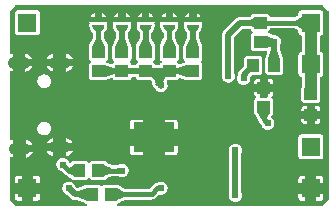
<source format=gbl>
G04 Layer: BottomLayer*
G04 EasyEDA v6.4.7, 2020-12-07T01:06:49--5:00*
G04 5e8349f5503448508ce6795c89dbbb90,9f54a757970e4a3cb0a7e8d24ad546a0,10*
G04 Gerber Generator version 0.2*
G04 Scale: 100 percent, Rotated: No, Reflected: No *
G04 Dimensions in millimeters *
G04 leading zeros omitted , absolute positions ,3 integer and 3 decimal *
%FSLAX33Y33*%
%MOMM*%
G90*
D02*

%ADD11C,0.499999*%
%ADD13C,0.399999*%
%ADD14C,0.609600*%
%ADD23R,3.499866X2.499995*%
%ADD24R,1.599997X1.599997*%
%ADD25C,1.050011*%
%ADD26C,0.999998*%
%ADD27C,0.450012*%

%LPD*%
G36*
G01X26957Y17499D02*
G01X1042Y17499D01*
G01X1026Y17498D01*
G01X1010Y17495D01*
G01X995Y17488D01*
G01X982Y17480D01*
G01X970Y17470D01*
G01X529Y17029D01*
G01X519Y17017D01*
G01X511Y17004D01*
G01X504Y16989D01*
G01X501Y16973D01*
G01X499Y16957D01*
G01X499Y13480D01*
G01X501Y13465D01*
G01X504Y13451D01*
G01X509Y13438D01*
G01X516Y13425D01*
G01X524Y13413D01*
G01X535Y13403D01*
G01X546Y13394D01*
G01X559Y13387D01*
G01X572Y13382D01*
G01X587Y13379D01*
G01X601Y13378D01*
G01X617Y13379D01*
G01X633Y13383D01*
G01X671Y13395D01*
G01X710Y13404D01*
G01X750Y13412D01*
G01X750Y12967D01*
G01X601Y12967D01*
G01X587Y12966D01*
G01X572Y12963D01*
G01X546Y12951D01*
G01X535Y12942D01*
G01X524Y12932D01*
G01X516Y12920D01*
G01X509Y12907D01*
G01X504Y12894D01*
G01X501Y12879D01*
G01X499Y12865D01*
G01X499Y12416D01*
G01X501Y12402D01*
G01X504Y12388D01*
G01X509Y12374D01*
G01X516Y12361D01*
G01X524Y12350D01*
G01X535Y12339D01*
G01X546Y12331D01*
G01X559Y12324D01*
G01X572Y12319D01*
G01X587Y12316D01*
G01X601Y12315D01*
G01X750Y12315D01*
G01X750Y11869D01*
G01X710Y11877D01*
G01X671Y11886D01*
G01X633Y11898D01*
G01X617Y11902D01*
G01X601Y11903D01*
G01X587Y11902D01*
G01X572Y11899D01*
G01X559Y11894D01*
G01X546Y11887D01*
G01X535Y11878D01*
G01X524Y11868D01*
G01X516Y11856D01*
G01X509Y11844D01*
G01X504Y11830D01*
G01X501Y11816D01*
G01X499Y11801D01*
G01X499Y6182D01*
G01X501Y6167D01*
G01X504Y6153D01*
G01X509Y6140D01*
G01X516Y6127D01*
G01X524Y6115D01*
G01X535Y6105D01*
G01X546Y6096D01*
G01X559Y6089D01*
G01X572Y6084D01*
G01X587Y6081D01*
G01X601Y6080D01*
G01X620Y6082D01*
G01X639Y6087D01*
G01X678Y6102D01*
G01X718Y6114D01*
G01X759Y6124D01*
G01X800Y6132D01*
G01X800Y5687D01*
G01X601Y5687D01*
G01X587Y5686D01*
G01X572Y5683D01*
G01X559Y5678D01*
G01X546Y5671D01*
G01X535Y5662D01*
G01X524Y5652D01*
G01X516Y5640D01*
G01X509Y5627D01*
G01X504Y5614D01*
G01X501Y5600D01*
G01X499Y5585D01*
G01X499Y5136D01*
G01X501Y5122D01*
G01X504Y5108D01*
G01X509Y5094D01*
G01X516Y5081D01*
G01X524Y5070D01*
G01X535Y5060D01*
G01X546Y5051D01*
G01X559Y5044D01*
G01X572Y5039D01*
G01X587Y5036D01*
G01X601Y5035D01*
G01X800Y5035D01*
G01X800Y4590D01*
G01X759Y4597D01*
G01X718Y4608D01*
G01X678Y4620D01*
G01X639Y4634D01*
G01X620Y4640D01*
G01X601Y4641D01*
G01X587Y4640D01*
G01X572Y4637D01*
G01X559Y4632D01*
G01X546Y4625D01*
G01X535Y4617D01*
G01X524Y4606D01*
G01X516Y4595D01*
G01X509Y4582D01*
G01X504Y4568D01*
G01X501Y4554D01*
G01X499Y4540D01*
G01X499Y1042D01*
G01X501Y1026D01*
G01X504Y1010D01*
G01X511Y995D01*
G01X519Y982D01*
G01X529Y970D01*
G01X970Y529D01*
G01X982Y519D01*
G01X995Y511D01*
G01X1010Y504D01*
G01X1026Y501D01*
G01X1042Y499D01*
G01X6917Y499D01*
G01X6931Y501D01*
G01X6945Y504D01*
G01X6959Y509D01*
G01X6971Y516D01*
G01X6983Y524D01*
G01X6993Y535D01*
G01X7002Y546D01*
G01X7009Y559D01*
G01X7014Y572D01*
G01X7017Y587D01*
G01X7018Y601D01*
G01X7017Y616D01*
G01X7014Y631D01*
G01X7008Y645D01*
G01X7001Y658D01*
G01X6991Y670D01*
G01X6980Y680D01*
G01X6968Y689D01*
G01X6954Y695D01*
G01X6940Y700D01*
G01X6904Y711D01*
G01X6218Y986D01*
G01X6199Y991D01*
G01X6180Y993D01*
G01X5999Y993D01*
G01X5966Y994D01*
G01X5933Y997D01*
G01X5900Y1003D01*
G01X5868Y1010D01*
G01X5836Y1020D01*
G01X5805Y1032D01*
G01X5775Y1045D01*
G01X5746Y1061D01*
G01X5718Y1078D01*
G01X5691Y1098D01*
G01X5665Y1119D01*
G01X5641Y1141D01*
G01X5327Y1455D01*
G01X5311Y1468D01*
G01X5293Y1478D01*
G01X5260Y1492D01*
G01X5229Y1508D01*
G01X5199Y1526D01*
G01X5170Y1545D01*
G01X5142Y1567D01*
G01X5115Y1590D01*
G01X5090Y1615D01*
G01X5067Y1642D01*
G01X5045Y1670D01*
G01X5026Y1699D01*
G01X5008Y1729D01*
G01X4992Y1761D01*
G01X4978Y1793D01*
G01X4966Y1826D01*
G01X4956Y1860D01*
G01X4948Y1894D01*
G01X4943Y1929D01*
G01X4939Y1964D01*
G01X4938Y2000D01*
G01X4939Y2033D01*
G01X4942Y2067D01*
G01X4947Y2101D01*
G01X4955Y2134D01*
G01X4964Y2167D01*
G01X4975Y2199D01*
G01X4988Y2230D01*
G01X5003Y2260D01*
G01X5019Y2290D01*
G01X5038Y2318D01*
G01X5058Y2346D01*
G01X5079Y2372D01*
G01X5127Y2420D01*
G01X5153Y2441D01*
G01X5181Y2461D01*
G01X5209Y2480D01*
G01X5239Y2497D01*
G01X5269Y2511D01*
G01X5301Y2524D01*
G01X5333Y2535D01*
G01X5365Y2545D01*
G01X5398Y2552D01*
G01X5432Y2557D01*
G01X5466Y2560D01*
G01X5500Y2561D01*
G01X5535Y2560D01*
G01X5570Y2556D01*
G01X5605Y2551D01*
G01X5639Y2543D01*
G01X5673Y2533D01*
G01X5707Y2521D01*
G01X5739Y2507D01*
G01X5771Y2491D01*
G01X5801Y2473D01*
G01X5830Y2453D01*
G01X5858Y2432D01*
G01X5885Y2408D01*
G01X5909Y2383D01*
G01X5933Y2357D01*
G01X5954Y2329D01*
G01X5974Y2299D01*
G01X5992Y2269D01*
G01X6008Y2237D01*
G01X6022Y2205D01*
G01X6032Y2186D01*
G01X6045Y2170D01*
G01X6157Y2058D01*
G01X6169Y2047D01*
G01X6183Y2038D01*
G01X6198Y2032D01*
G01X6214Y2027D01*
G01X6231Y2026D01*
G01X6250Y2028D01*
G01X6269Y2033D01*
G01X6904Y2288D01*
G01X6927Y2296D01*
G01X6951Y2301D01*
G01X6974Y2305D01*
G01X6999Y2306D01*
G01X8000Y2306D01*
G01X8023Y2305D01*
G01X8046Y2302D01*
G01X8068Y2297D01*
G01X8090Y2290D01*
G01X8111Y2280D01*
G01X8132Y2269D01*
G01X8151Y2257D01*
G01X8169Y2242D01*
G01X8186Y2226D01*
G01X8201Y2208D01*
G01X8214Y2190D01*
G01X8223Y2178D01*
G01X8233Y2168D01*
G01X8245Y2159D01*
G01X8258Y2153D01*
G01X8271Y2148D01*
G01X8285Y2145D01*
G01X8300Y2144D01*
G01X8314Y2145D01*
G01X8328Y2148D01*
G01X8342Y2153D01*
G01X8354Y2159D01*
G01X8366Y2168D01*
G01X8376Y2178D01*
G01X8385Y2190D01*
G01X8398Y2208D01*
G01X8413Y2226D01*
G01X8430Y2242D01*
G01X8448Y2257D01*
G01X8467Y2269D01*
G01X8488Y2280D01*
G01X8509Y2290D01*
G01X8531Y2297D01*
G01X8554Y2302D01*
G01X8576Y2305D01*
G01X8600Y2306D01*
G01X9600Y2306D01*
G01X9624Y2305D01*
G01X9649Y2301D01*
G01X9673Y2295D01*
G01X9696Y2287D01*
G01X9719Y2277D01*
G01X9740Y2264D01*
G01X9760Y2250D01*
G01X9779Y2233D01*
G01X9796Y2215D01*
G01X9811Y2195D01*
G01X9821Y2182D01*
G01X9834Y2171D01*
G01X9849Y2162D01*
G01X10239Y1967D01*
G01X10254Y1961D01*
G01X10269Y1957D01*
G01X10285Y1956D01*
G01X12268Y1956D01*
G01X12284Y1957D01*
G01X12299Y1961D01*
G01X12314Y1967D01*
G01X12327Y1976D01*
G01X12340Y1986D01*
G01X12676Y2323D01*
G01X12699Y2344D01*
G01X12723Y2363D01*
G01X12748Y2381D01*
G01X12774Y2397D01*
G01X12801Y2411D01*
G01X12829Y2424D01*
G01X12858Y2434D01*
G01X12888Y2443D01*
G01X12918Y2449D01*
G01X12948Y2454D01*
G01X12964Y2457D01*
G01X12979Y2462D01*
G01X12993Y2470D01*
G01X13023Y2488D01*
G01X13055Y2505D01*
G01X13088Y2520D01*
G01X13122Y2532D01*
G01X13157Y2542D01*
G01X13192Y2550D01*
G01X13228Y2556D01*
G01X13263Y2560D01*
G01X13299Y2561D01*
G01X13333Y2560D01*
G01X13367Y2557D01*
G01X13401Y2552D01*
G01X13434Y2545D01*
G01X13466Y2535D01*
G01X13499Y2524D01*
G01X13530Y2511D01*
G01X13560Y2497D01*
G01X13590Y2480D01*
G01X13618Y2461D01*
G01X13646Y2441D01*
G01X13672Y2420D01*
G01X13720Y2372D01*
G01X13741Y2346D01*
G01X13761Y2318D01*
G01X13780Y2290D01*
G01X13797Y2260D01*
G01X13811Y2230D01*
G01X13824Y2199D01*
G01X13835Y2167D01*
G01X13844Y2134D01*
G01X13852Y2101D01*
G01X13857Y2067D01*
G01X13860Y2033D01*
G01X13861Y2000D01*
G01X13860Y1966D01*
G01X13857Y1932D01*
G01X13852Y1898D01*
G01X13844Y1865D01*
G01X13835Y1833D01*
G01X13824Y1800D01*
G01X13811Y1769D01*
G01X13797Y1739D01*
G01X13780Y1709D01*
G01X13761Y1681D01*
G01X13741Y1653D01*
G01X13720Y1627D01*
G01X13672Y1579D01*
G01X13646Y1558D01*
G01X13618Y1538D01*
G01X13590Y1519D01*
G01X13560Y1502D01*
G01X13530Y1488D01*
G01X13499Y1475D01*
G01X13466Y1464D01*
G01X13434Y1454D01*
G01X13401Y1447D01*
G01X13367Y1442D01*
G01X13333Y1439D01*
G01X13299Y1438D01*
G01X13257Y1440D01*
G01X13214Y1445D01*
G01X13172Y1453D01*
G01X13149Y1455D01*
G01X13122Y1452D01*
G01X13113Y1449D01*
G01X13096Y1443D01*
G01X13081Y1434D01*
G01X13068Y1423D01*
G01X12822Y1177D01*
G01X12798Y1155D01*
G01X12772Y1134D01*
G01X12746Y1116D01*
G01X12718Y1099D01*
G01X12689Y1084D01*
G01X12658Y1072D01*
G01X12627Y1062D01*
G01X12596Y1054D01*
G01X12564Y1048D01*
G01X12531Y1044D01*
G01X12499Y1043D01*
G01X10286Y1043D01*
G01X10270Y1042D01*
G01X10255Y1038D01*
G01X10240Y1032D01*
G01X9849Y837D01*
G01X9834Y828D01*
G01X9821Y817D01*
G01X9811Y804D01*
G01X9796Y785D01*
G01X9781Y768D01*
G01X9763Y752D01*
G01X9744Y738D01*
G01X9724Y725D01*
G01X9703Y715D01*
G01X9682Y706D01*
G01X9659Y700D01*
G01X9645Y695D01*
G01X9631Y689D01*
G01X9619Y680D01*
G01X9608Y670D01*
G01X9598Y658D01*
G01X9591Y645D01*
G01X9585Y631D01*
G01X9582Y616D01*
G01X9581Y601D01*
G01X9582Y587D01*
G01X9585Y572D01*
G01X9590Y559D01*
G01X9597Y546D01*
G01X9606Y535D01*
G01X9616Y524D01*
G01X9628Y516D01*
G01X9640Y509D01*
G01X9654Y504D01*
G01X9668Y501D01*
G01X9683Y499D01*
G01X26957Y499D01*
G01X26973Y501D01*
G01X26989Y504D01*
G01X27004Y511D01*
G01X27017Y519D01*
G01X27029Y529D01*
G01X27470Y970D01*
G01X27480Y982D01*
G01X27488Y995D01*
G01X27495Y1010D01*
G01X27498Y1026D01*
G01X27499Y1042D01*
G01X27499Y16957D01*
G01X27498Y16973D01*
G01X27495Y16989D01*
G01X27488Y17004D01*
G01X27480Y17017D01*
G01X27470Y17029D01*
G01X27029Y17470D01*
G01X27017Y17480D01*
G01X27004Y17488D01*
G01X26989Y17495D01*
G01X26973Y17498D01*
G01X26957Y17499D01*
G37*

%LPC*%
G36*
G01X26799Y17056D02*
G01X25199Y17056D01*
G01X25176Y17055D01*
G01X25152Y17052D01*
G01X25129Y17046D01*
G01X25107Y17039D01*
G01X25085Y17029D01*
G01X25064Y17018D01*
G01X25045Y17004D01*
G01X25027Y16989D01*
G01X25010Y16972D01*
G01X24995Y16954D01*
G01X24981Y16935D01*
G01X24970Y16914D01*
G01X24960Y16892D01*
G01X24953Y16870D01*
G01X24947Y16847D01*
G01X24944Y16823D01*
G01X24943Y16799D01*
G01X24943Y16714D01*
G01X24942Y16698D01*
G01X24938Y16683D01*
G01X24932Y16668D01*
G01X24923Y16654D01*
G01X24913Y16642D01*
G01X24900Y16632D01*
G01X24887Y16624D01*
G01X24575Y16468D01*
G01X24561Y16462D01*
G01X24545Y16458D01*
G01X24530Y16457D01*
G01X22603Y16457D01*
G01X22587Y16458D01*
G01X22572Y16462D01*
G01X22557Y16468D01*
G01X22543Y16476D01*
G01X22531Y16486D01*
G01X22521Y16498D01*
G01X22513Y16512D01*
G01X22506Y16526D01*
G01X22503Y16542D01*
G01X22497Y16565D01*
G01X22490Y16588D01*
G01X22481Y16610D01*
G01X22469Y16631D01*
G01X22456Y16651D01*
G01X22441Y16670D01*
G01X22424Y16687D01*
G01X22406Y16703D01*
G01X22386Y16716D01*
G01X22365Y16728D01*
G01X22343Y16738D01*
G01X22321Y16746D01*
G01X22297Y16751D01*
G01X22273Y16755D01*
G01X22250Y16756D01*
G01X21149Y16756D01*
G01X21126Y16755D01*
G01X21104Y16752D01*
G01X21081Y16747D01*
G01X21059Y16739D01*
G01X21038Y16730D01*
G01X21018Y16719D01*
G01X20998Y16707D01*
G01X20980Y16692D01*
G01X20964Y16676D01*
G01X20948Y16659D01*
G01X20935Y16640D01*
G01X20923Y16620D01*
G01X20913Y16599D01*
G01X20905Y16578D01*
G01X20899Y16563D01*
G01X20891Y16549D01*
G01X20880Y16537D01*
G01X20868Y16527D01*
G01X20855Y16518D01*
G01X20840Y16512D01*
G01X20824Y16508D01*
G01X20808Y16507D01*
G01X19999Y16507D01*
G01X19966Y16506D01*
G01X19933Y16503D01*
G01X19901Y16497D01*
G01X19868Y16490D01*
G01X19837Y16480D01*
G01X19806Y16468D01*
G01X19775Y16455D01*
G01X19746Y16439D01*
G01X19718Y16422D01*
G01X19691Y16402D01*
G01X19665Y16381D01*
G01X19641Y16359D01*
G01X18641Y15358D01*
G01X18618Y15334D01*
G01X18597Y15308D01*
G01X18578Y15281D01*
G01X18560Y15253D01*
G01X18544Y15224D01*
G01X18531Y15194D01*
G01X18519Y15163D01*
G01X18509Y15131D01*
G01X18502Y15099D01*
G01X18496Y15066D01*
G01X18493Y15033D01*
G01X18492Y15000D01*
G01X18492Y11764D01*
G01X18490Y11743D01*
G01X18484Y11723D01*
G01X18470Y11687D01*
G01X18458Y11651D01*
G01X18449Y11614D01*
G01X18443Y11576D01*
G01X18439Y11538D01*
G01X18437Y11500D01*
G01X18438Y11466D01*
G01X18441Y11432D01*
G01X18447Y11398D01*
G01X18454Y11365D01*
G01X18463Y11333D01*
G01X18474Y11301D01*
G01X18487Y11269D01*
G01X18502Y11239D01*
G01X18518Y11209D01*
G01X18537Y11181D01*
G01X18557Y11153D01*
G01X18579Y11127D01*
G01X18602Y11103D01*
G01X18626Y11079D01*
G01X18653Y11058D01*
G01X18680Y11038D01*
G01X18708Y11019D01*
G01X18738Y11003D01*
G01X18768Y10988D01*
G01X18800Y10975D01*
G01X18832Y10964D01*
G01X18864Y10955D01*
G01X18898Y10947D01*
G01X18931Y10942D01*
G01X18965Y10939D01*
G01X18999Y10938D01*
G01X19033Y10939D01*
G01X19068Y10943D01*
G01X19102Y10948D01*
G01X19136Y10955D01*
G01X19169Y10965D01*
G01X19202Y10976D01*
G01X19234Y10990D01*
G01X19265Y11005D01*
G01X19295Y11023D01*
G01X19324Y11042D01*
G01X19351Y11063D01*
G01X19377Y11085D01*
G01X19402Y11110D01*
G01X19426Y11135D01*
G01X19447Y11162D01*
G01X19467Y11191D01*
G01X19485Y11220D01*
G01X19502Y11251D01*
G01X19516Y11282D01*
G01X19529Y11314D01*
G01X19539Y11347D01*
G01X19545Y11363D01*
G01X19553Y11377D01*
G01X19563Y11389D01*
G01X19574Y11400D01*
G01X19588Y11409D01*
G01X19578Y11421D01*
G01X19570Y11434D01*
G01X19564Y11449D01*
G01X19561Y11464D01*
G01X19560Y11479D01*
G01X19560Y11500D01*
G01X19559Y11538D01*
G01X19555Y11576D01*
G01X19548Y11614D01*
G01X19539Y11651D01*
G01X19528Y11687D01*
G01X19514Y11723D01*
G01X19507Y11743D01*
G01X19505Y11764D01*
G01X19505Y14748D01*
G01X19506Y14764D01*
G01X19510Y14779D01*
G01X19516Y14794D01*
G01X19525Y14808D01*
G01X19535Y14820D01*
G01X20180Y15464D01*
G01X20192Y15475D01*
G01X20205Y15483D01*
G01X20220Y15489D01*
G01X20235Y15493D01*
G01X20251Y15494D01*
G01X20808Y15494D01*
G01X20824Y15493D01*
G01X20839Y15489D01*
G01X20854Y15483D01*
G01X20868Y15474D01*
G01X20880Y15464D01*
G01X20890Y15451D01*
G01X20899Y15438D01*
G01X20905Y15423D01*
G01X20913Y15399D01*
G01X20924Y15376D01*
G01X20938Y15355D01*
G01X20953Y15335D01*
G01X20970Y15316D01*
G01X20989Y15299D01*
G01X21009Y15284D01*
G01X21021Y15276D01*
G01X21031Y15266D01*
G01X21040Y15254D01*
G01X21046Y15241D01*
G01X21051Y15228D01*
G01X21054Y15214D01*
G01X21055Y15199D01*
G01X21054Y15185D01*
G01X21051Y15171D01*
G01X21046Y15157D01*
G01X21040Y15145D01*
G01X21031Y15133D01*
G01X21021Y15123D01*
G01X21009Y15114D01*
G01X20991Y15101D01*
G01X20973Y15086D01*
G01X20957Y15069D01*
G01X20943Y15051D01*
G01X20930Y15032D01*
G01X20919Y15011D01*
G01X20910Y14990D01*
G01X20902Y14968D01*
G01X20897Y14946D01*
G01X20894Y14923D01*
G01X20893Y14899D01*
G01X20893Y13899D01*
G01X20894Y13876D01*
G01X20897Y13852D01*
G01X20903Y13829D01*
G01X20910Y13807D01*
G01X20920Y13785D01*
G01X20931Y13764D01*
G01X20945Y13745D01*
G01X20960Y13727D01*
G01X20977Y13710D01*
G01X20995Y13695D01*
G01X21015Y13681D01*
G01X21035Y13670D01*
G01X21057Y13660D01*
G01X21079Y13653D01*
G01X21102Y13647D01*
G01X21126Y13644D01*
G01X21150Y13643D01*
G01X22220Y13643D01*
G01X22234Y13642D01*
G01X22248Y13639D01*
G01X22262Y13634D01*
G01X22274Y13627D01*
G01X22286Y13618D01*
G01X22296Y13608D01*
G01X22305Y13596D01*
G01X22312Y13584D01*
G01X22317Y13570D01*
G01X22320Y13556D01*
G01X22321Y13541D01*
G01X22320Y13525D01*
G01X22316Y13509D01*
G01X22162Y13047D01*
G01X22160Y13042D01*
G01X22153Y13020D01*
G01X22147Y12996D01*
G01X22144Y12973D01*
G01X22143Y12949D01*
G01X22143Y11849D01*
G01X22144Y11826D01*
G01X22147Y11802D01*
G01X22153Y11779D01*
G01X22160Y11757D01*
G01X22170Y11735D01*
G01X22181Y11714D01*
G01X22195Y11695D01*
G01X22210Y11677D01*
G01X22227Y11660D01*
G01X22245Y11645D01*
G01X22264Y11631D01*
G01X22285Y11620D01*
G01X22307Y11610D01*
G01X22329Y11603D01*
G01X22352Y11597D01*
G01X22376Y11594D01*
G01X22399Y11593D01*
G01X23399Y11593D01*
G01X23423Y11594D01*
G01X23447Y11597D01*
G01X23470Y11603D01*
G01X23492Y11610D01*
G01X23514Y11620D01*
G01X23535Y11631D01*
G01X23554Y11645D01*
G01X23572Y11660D01*
G01X23589Y11677D01*
G01X23604Y11695D01*
G01X23618Y11714D01*
G01X23629Y11735D01*
G01X23639Y11757D01*
G01X23646Y11779D01*
G01X23652Y11802D01*
G01X23655Y11826D01*
G01X23656Y11849D01*
G01X23656Y12949D01*
G01X23655Y12975D01*
G01X23651Y13001D01*
G01X23644Y13026D01*
G01X23635Y13051D01*
G01X23632Y13059D01*
G01X23412Y13723D01*
G01X23408Y13739D01*
G01X23407Y13755D01*
G01X23407Y14137D01*
G01X23409Y14157D01*
G01X23415Y14177D01*
G01X23429Y14213D01*
G01X23440Y14249D01*
G01X23449Y14286D01*
G01X23456Y14324D01*
G01X23460Y14361D01*
G01X23461Y14400D01*
G01X23460Y14433D01*
G01X23457Y14467D01*
G01X23452Y14501D01*
G01X23445Y14534D01*
G01X23436Y14567D01*
G01X23424Y14599D01*
G01X23412Y14630D01*
G01X23397Y14660D01*
G01X23380Y14690D01*
G01X23362Y14718D01*
G01X23342Y14746D01*
G01X23320Y14772D01*
G01X23297Y14796D01*
G01X23272Y14820D01*
G01X23246Y14841D01*
G01X23219Y14862D01*
G01X23190Y14880D01*
G01X23160Y14897D01*
G01X23130Y14911D01*
G01X23099Y14924D01*
G01X23067Y14935D01*
G01X23034Y14945D01*
G01X23001Y14952D01*
G01X22967Y14957D01*
G01X22934Y14960D01*
G01X22900Y14961D01*
G01X22843Y14958D01*
G01X22833Y14957D01*
G01X22814Y14959D01*
G01X22796Y14964D01*
G01X22417Y15110D01*
G01X22403Y15117D01*
G01X22391Y15125D01*
G01X22379Y15136D01*
G01X22370Y15148D01*
G01X22362Y15161D01*
G01X22357Y15175D01*
G01X22353Y15190D01*
G01X22352Y15205D01*
G01X22353Y15221D01*
G01X22357Y15237D01*
G01X22364Y15252D01*
G01X22372Y15266D01*
G01X22383Y15278D01*
G01X22396Y15289D01*
G01X22414Y15302D01*
G01X22431Y15318D01*
G01X22446Y15335D01*
G01X22460Y15353D01*
G01X22472Y15372D01*
G01X22483Y15393D01*
G01X22491Y15414D01*
G01X22498Y15436D01*
G01X22503Y15459D01*
G01X22507Y15474D01*
G01X22513Y15489D01*
G01X22521Y15502D01*
G01X22531Y15514D01*
G01X22543Y15525D01*
G01X22557Y15533D01*
G01X22572Y15539D01*
G01X22587Y15543D01*
G01X22603Y15544D01*
G01X24525Y15544D01*
G01X24541Y15543D01*
G01X24556Y15539D01*
G01X24571Y15533D01*
G01X24887Y15375D01*
G01X24900Y15367D01*
G01X24913Y15357D01*
G01X24923Y15345D01*
G01X24932Y15331D01*
G01X24938Y15316D01*
G01X24942Y15300D01*
G01X24943Y15284D01*
G01X24943Y15199D01*
G01X24944Y15175D01*
G01X24947Y15152D01*
G01X24953Y15128D01*
G01X24961Y15106D01*
G01X24971Y15084D01*
G01X24982Y15063D01*
G01X24996Y15043D01*
G01X25012Y15025D01*
G01X25029Y15008D01*
G01X25048Y14993D01*
G01X25068Y14979D01*
G01X25089Y14968D01*
G01X25111Y14959D01*
G01X25134Y14951D01*
G01X25157Y14946D01*
G01X25173Y14943D01*
G01X25187Y14936D01*
G01X25201Y14928D01*
G01X25213Y14918D01*
G01X25223Y14906D01*
G01X25231Y14892D01*
G01X25237Y14877D01*
G01X25241Y14862D01*
G01X25242Y14846D01*
G01X25242Y13653D01*
G01X25241Y13637D01*
G01X25237Y13621D01*
G01X25231Y13607D01*
G01X25223Y13593D01*
G01X25213Y13581D01*
G01X25201Y13571D01*
G01X25187Y13562D01*
G01X25173Y13556D01*
G01X25157Y13552D01*
G01X25134Y13547D01*
G01X25111Y13540D01*
G01X25089Y13531D01*
G01X25068Y13519D01*
G01X25048Y13506D01*
G01X25029Y13491D01*
G01X25012Y13474D01*
G01X24996Y13456D01*
G01X24982Y13436D01*
G01X24971Y13415D01*
G01X24961Y13393D01*
G01X24953Y13371D01*
G01X24947Y13347D01*
G01X24944Y13323D01*
G01X24943Y13299D01*
G01X24943Y11699D01*
G01X24944Y11675D01*
G01X24947Y11652D01*
G01X24953Y11628D01*
G01X24961Y11605D01*
G01X24971Y11583D01*
G01X24982Y11563D01*
G01X24996Y11543D01*
G01X25012Y11524D01*
G01X25029Y11508D01*
G01X25048Y11493D01*
G01X25068Y11479D01*
G01X25089Y11468D01*
G01X25111Y11459D01*
G01X25134Y11451D01*
G01X25157Y11446D01*
G01X25173Y11442D01*
G01X25187Y11436D01*
G01X25201Y11428D01*
G01X25213Y11418D01*
G01X25223Y11406D01*
G01X25231Y11392D01*
G01X25237Y11377D01*
G01X25241Y11362D01*
G01X25242Y11346D01*
G01X25242Y10681D01*
G01X25241Y10663D01*
G01X25236Y10646D01*
G01X25228Y10629D01*
G01X25216Y10605D01*
G01X25206Y10580D01*
G01X25199Y10554D01*
G01X25194Y10527D01*
G01X25193Y10499D01*
G01X25193Y9499D01*
G01X25194Y9476D01*
G01X25197Y9452D01*
G01X25203Y9429D01*
G01X25210Y9407D01*
G01X25220Y9385D01*
G01X25231Y9364D01*
G01X25245Y9345D01*
G01X25260Y9327D01*
G01X25277Y9310D01*
G01X25295Y9295D01*
G01X25315Y9281D01*
G01X25335Y9270D01*
G01X25357Y9260D01*
G01X25379Y9253D01*
G01X25402Y9247D01*
G01X25426Y9244D01*
G01X25450Y9243D01*
G01X25963Y9243D01*
G01X25999Y9242D01*
G01X26035Y9243D01*
G01X26550Y9243D01*
G01X26573Y9244D01*
G01X26597Y9247D01*
G01X26620Y9253D01*
G01X26642Y9260D01*
G01X26664Y9270D01*
G01X26685Y9281D01*
G01X26704Y9295D01*
G01X26722Y9310D01*
G01X26739Y9327D01*
G01X26754Y9345D01*
G01X26768Y9364D01*
G01X26779Y9385D01*
G01X26789Y9407D01*
G01X26796Y9429D01*
G01X26802Y9452D01*
G01X26805Y9476D01*
G01X26806Y9499D01*
G01X26806Y10499D01*
G01X26805Y10522D01*
G01X26802Y10545D01*
G01X26797Y10568D01*
G01X26790Y10590D01*
G01X26781Y10611D01*
G01X26770Y10631D01*
G01X26762Y10647D01*
G01X26757Y10665D01*
G01X26755Y10683D01*
G01X26755Y11346D01*
G01X26757Y11362D01*
G01X26760Y11377D01*
G01X26766Y11392D01*
G01X26775Y11405D01*
G01X26785Y11418D01*
G01X26797Y11428D01*
G01X26811Y11436D01*
G01X26825Y11442D01*
G01X26841Y11446D01*
G01X26864Y11451D01*
G01X26887Y11458D01*
G01X26910Y11468D01*
G01X26931Y11479D01*
G01X26951Y11492D01*
G01X26970Y11507D01*
G01X26987Y11524D01*
G01X27002Y11543D01*
G01X27016Y11562D01*
G01X27028Y11583D01*
G01X27038Y11605D01*
G01X27046Y11628D01*
G01X27051Y11651D01*
G01X27055Y11675D01*
G01X27056Y11699D01*
G01X27056Y13299D01*
G01X27055Y13323D01*
G01X27051Y13347D01*
G01X27046Y13371D01*
G01X27038Y13394D01*
G01X27028Y13416D01*
G01X27016Y13436D01*
G01X27002Y13456D01*
G01X26987Y13475D01*
G01X26970Y13491D01*
G01X26951Y13506D01*
G01X26931Y13520D01*
G01X26910Y13531D01*
G01X26887Y13540D01*
G01X26864Y13548D01*
G01X26841Y13553D01*
G01X26825Y13556D01*
G01X26811Y13562D01*
G01X26797Y13571D01*
G01X26785Y13581D01*
G01X26775Y13593D01*
G01X26766Y13607D01*
G01X26760Y13622D01*
G01X26757Y13637D01*
G01X26755Y13653D01*
G01X26755Y14846D01*
G01X26757Y14862D01*
G01X26760Y14877D01*
G01X26766Y14892D01*
G01X26775Y14906D01*
G01X26785Y14918D01*
G01X26797Y14928D01*
G01X26811Y14936D01*
G01X26825Y14943D01*
G01X26841Y14946D01*
G01X26864Y14951D01*
G01X26887Y14958D01*
G01X26910Y14968D01*
G01X26931Y14979D01*
G01X26951Y14992D01*
G01X26970Y15008D01*
G01X26987Y15024D01*
G01X27002Y15043D01*
G01X27016Y15062D01*
G01X27028Y15083D01*
G01X27038Y15105D01*
G01X27046Y15128D01*
G01X27051Y15152D01*
G01X27055Y15175D01*
G01X27056Y15199D01*
G01X27056Y16799D01*
G01X27055Y16823D01*
G01X27052Y16847D01*
G01X27046Y16870D01*
G01X27039Y16892D01*
G01X27029Y16914D01*
G01X27018Y16935D01*
G01X27004Y16954D01*
G01X26989Y16972D01*
G01X26972Y16989D01*
G01X26954Y17004D01*
G01X26934Y17018D01*
G01X26914Y17029D01*
G01X26892Y17039D01*
G01X26870Y17046D01*
G01X26847Y17052D01*
G01X26823Y17055D01*
G01X26799Y17056D01*
G37*
G36*
G01X8036Y16130D02*
G01X8001Y16132D01*
G01X7965Y16130D01*
G01X7929Y16126D01*
G01X7894Y16120D01*
G01X7860Y16110D01*
G01X7845Y16107D01*
G01X7830Y16106D01*
G01X7500Y16106D01*
G01X7468Y16104D01*
G01X7437Y16098D01*
G01X7412Y16095D01*
G01X7243Y16095D01*
G01X7243Y16050D01*
G01X7244Y16026D01*
G01X7248Y16002D01*
G01X7253Y15978D01*
G01X7256Y15964D01*
G01X7257Y15950D01*
G01X7256Y15935D01*
G01X7253Y15921D01*
G01X7248Y15898D01*
G01X7244Y15874D01*
G01X7243Y15850D01*
G01X7243Y15743D01*
G01X7244Y15718D01*
G01X7244Y15705D01*
G01X7246Y15680D01*
G01X7248Y15667D01*
G01X7251Y15643D01*
G01X7252Y15632D01*
G01X7257Y15607D01*
G01X7260Y15593D01*
G01X7265Y15569D01*
G01X7268Y15557D01*
G01X7275Y15533D01*
G01X7278Y15522D01*
G01X7286Y15498D01*
G01X7291Y15484D01*
G01X7300Y15461D01*
G01X7304Y15451D01*
G01X7315Y15428D01*
G01X7321Y15415D01*
G01X7333Y15393D01*
G01X7337Y15384D01*
G01X7350Y15362D01*
G01X7357Y15350D01*
G01X7371Y15329D01*
G01X7379Y15316D01*
G01X7394Y15296D01*
G01X7402Y15285D01*
G01X7418Y15266D01*
G01X7423Y15260D01*
G01X7439Y15241D01*
G01X7448Y15231D01*
G01X7466Y15213D01*
G01X7476Y15204D01*
G01X7484Y15196D01*
G01X7495Y15184D01*
G01X7504Y15170D01*
G01X7510Y15155D01*
G01X7515Y15139D01*
G01X7516Y15122D01*
G01X7518Y14756D01*
G01X7518Y14755D01*
G01X7516Y14740D01*
G01X7513Y14725D01*
G01X7508Y14711D01*
G01X7220Y14114D01*
G01X7221Y14115D01*
G01X7220Y14113D01*
G01X7210Y14092D01*
G01X7203Y14069D01*
G01X7197Y14046D01*
G01X7194Y14023D01*
G01X7193Y13999D01*
G01X7193Y12999D01*
G01X7194Y12976D01*
G01X7197Y12953D01*
G01X7202Y12931D01*
G01X7209Y12909D01*
G01X7219Y12888D01*
G01X7230Y12867D01*
G01X7242Y12848D01*
G01X7257Y12830D01*
G01X7273Y12813D01*
G01X7291Y12798D01*
G01X7309Y12785D01*
G01X7321Y12776D01*
G01X7331Y12766D01*
G01X7340Y12754D01*
G01X7346Y12741D01*
G01X7351Y12728D01*
G01X7354Y12714D01*
G01X7355Y12699D01*
G01X7354Y12685D01*
G01X7351Y12671D01*
G01X7346Y12658D01*
G01X7340Y12645D01*
G01X7331Y12633D01*
G01X7321Y12623D01*
G01X7309Y12614D01*
G01X7291Y12601D01*
G01X7273Y12586D01*
G01X7257Y12569D01*
G01X7243Y12551D01*
G01X7230Y12532D01*
G01X7219Y12511D01*
G01X7210Y12490D01*
G01X7202Y12468D01*
G01X7197Y12446D01*
G01X7194Y12423D01*
G01X7193Y12400D01*
G01X7193Y11400D01*
G01X7194Y11376D01*
G01X7197Y11352D01*
G01X7203Y11329D01*
G01X7210Y11307D01*
G01X7220Y11285D01*
G01X7231Y11264D01*
G01X7245Y11245D01*
G01X7260Y11227D01*
G01X7277Y11210D01*
G01X7295Y11195D01*
G01X7315Y11181D01*
G01X7335Y11170D01*
G01X7357Y11160D01*
G01X7379Y11153D01*
G01X7402Y11147D01*
G01X7426Y11144D01*
G01X7450Y11143D01*
G01X8550Y11143D01*
G01X8577Y11144D01*
G01X8604Y11149D01*
G01X8630Y11156D01*
G01X8665Y11170D01*
G01X9108Y11316D01*
G01X9124Y11320D01*
G01X9140Y11321D01*
G01X9155Y11320D01*
G01X9170Y11317D01*
G01X9184Y11311D01*
G01X9197Y11304D01*
G01X9209Y11294D01*
G01X9219Y11283D01*
G01X9228Y11271D01*
G01X9241Y11250D01*
G01X9256Y11231D01*
G01X9273Y11214D01*
G01X9291Y11198D01*
G01X9311Y11184D01*
G01X9332Y11171D01*
G01X9354Y11161D01*
G01X9377Y11153D01*
G01X9401Y11148D01*
G01X9425Y11144D01*
G01X9450Y11143D01*
G01X10550Y11143D01*
G01X10573Y11144D01*
G01X10596Y11147D01*
G01X10618Y11152D01*
G01X10640Y11159D01*
G01X10661Y11169D01*
G01X10682Y11180D01*
G01X10701Y11192D01*
G01X10719Y11207D01*
G01X10736Y11223D01*
G01X10751Y11240D01*
G01X10764Y11259D01*
G01X10776Y11279D01*
G01X10786Y11300D01*
G01X10794Y11321D01*
G01X10800Y11336D01*
G01X10808Y11350D01*
G01X10819Y11362D01*
G01X10831Y11372D01*
G01X10844Y11381D01*
G01X10859Y11387D01*
G01X10875Y11391D01*
G01X10891Y11392D01*
G01X11109Y11392D01*
G01X11124Y11391D01*
G01X11140Y11387D01*
G01X11155Y11381D01*
G01X11168Y11372D01*
G01X11181Y11362D01*
G01X11191Y11350D01*
G01X11199Y11336D01*
G01X11205Y11321D01*
G01X11213Y11300D01*
G01X11223Y11279D01*
G01X11235Y11259D01*
G01X11249Y11240D01*
G01X11264Y11223D01*
G01X11280Y11207D01*
G01X11298Y11192D01*
G01X11318Y11180D01*
G01X11338Y11169D01*
G01X11359Y11159D01*
G01X11381Y11152D01*
G01X11404Y11147D01*
G01X11427Y11144D01*
G01X11450Y11143D01*
G01X12385Y11143D01*
G01X12401Y11142D01*
G01X12417Y11138D01*
G01X12431Y11132D01*
G01X12445Y11124D01*
G01X12457Y11113D01*
G01X12475Y11095D01*
G01X12485Y11083D01*
G01X12494Y11070D01*
G01X12500Y11055D01*
G01X12503Y11039D01*
G01X12505Y11024D01*
G01X12505Y10988D01*
G01X12506Y10955D01*
G01X12509Y10923D01*
G01X12514Y10891D01*
G01X12521Y10859D01*
G01X12531Y10827D01*
G01X12542Y10797D01*
G01X12555Y10767D01*
G01X12570Y10738D01*
G01X12587Y10710D01*
G01X12606Y10684D01*
G01X12627Y10658D01*
G01X12649Y10634D01*
G01X12648Y10634D01*
G01X12655Y10627D01*
G01X12655Y10628D01*
G01X12656Y10626D01*
G01X12755Y10528D01*
G01X12768Y10512D01*
G01X12777Y10493D01*
G01X12791Y10461D01*
G01X12807Y10430D01*
G01X12825Y10399D01*
G01X12845Y10370D01*
G01X12867Y10342D01*
G01X12890Y10316D01*
G01X12915Y10291D01*
G01X12941Y10267D01*
G01X12969Y10246D01*
G01X12998Y10226D01*
G01X13029Y10208D01*
G01X13060Y10192D01*
G01X13093Y10178D01*
G01X13126Y10166D01*
G01X13160Y10156D01*
G01X13194Y10148D01*
G01X13229Y10143D01*
G01X13264Y10139D01*
G01X13299Y10138D01*
G01X13333Y10139D01*
G01X13367Y10142D01*
G01X13401Y10147D01*
G01X13434Y10154D01*
G01X13466Y10164D01*
G01X13499Y10175D01*
G01X13530Y10188D01*
G01X13560Y10202D01*
G01X13590Y10219D01*
G01X13618Y10238D01*
G01X13646Y10258D01*
G01X13672Y10279D01*
G01X13720Y10327D01*
G01X13741Y10353D01*
G01X13761Y10381D01*
G01X13780Y10409D01*
G01X13797Y10439D01*
G01X13811Y10469D01*
G01X13824Y10500D01*
G01X13835Y10533D01*
G01X13844Y10565D01*
G01X13852Y10598D01*
G01X13857Y10632D01*
G01X13860Y10666D01*
G01X13861Y10700D01*
G01X13860Y10734D01*
G01X13857Y10768D01*
G01X13851Y10802D01*
G01X13844Y10835D01*
G01X13835Y10868D01*
G01X13824Y10901D01*
G01X13810Y10932D01*
G01X13795Y10963D01*
G01X13789Y10978D01*
G01X13785Y10994D01*
G01X13783Y11011D01*
G01X13785Y11027D01*
G01X13788Y11043D01*
G01X13795Y11058D01*
G01X13803Y11071D01*
G01X13821Y11097D01*
G01X13830Y11108D01*
G01X13840Y11118D01*
G01X13852Y11127D01*
G01X13864Y11134D01*
G01X13878Y11139D01*
G01X13892Y11142D01*
G01X13906Y11143D01*
G01X14550Y11143D01*
G01X14574Y11144D01*
G01X14598Y11148D01*
G01X14622Y11153D01*
G01X14645Y11161D01*
G01X14667Y11171D01*
G01X14688Y11184D01*
G01X14708Y11198D01*
G01X14726Y11214D01*
G01X14743Y11231D01*
G01X14758Y11250D01*
G01X14780Y11283D01*
G01X14790Y11294D01*
G01X14802Y11304D01*
G01X14815Y11311D01*
G01X14829Y11317D01*
G01X14844Y11320D01*
G01X14859Y11321D01*
G01X14876Y11320D01*
G01X14891Y11316D01*
G01X15336Y11169D01*
G01X15345Y11165D01*
G01X15370Y11156D01*
G01X15396Y11149D01*
G01X15423Y11144D01*
G01X15450Y11143D01*
G01X16550Y11143D01*
G01X16573Y11144D01*
G01X16597Y11147D01*
G01X16620Y11153D01*
G01X16642Y11160D01*
G01X16664Y11170D01*
G01X16685Y11181D01*
G01X16704Y11195D01*
G01X16722Y11210D01*
G01X16739Y11227D01*
G01X16754Y11245D01*
G01X16768Y11264D01*
G01X16779Y11285D01*
G01X16789Y11307D01*
G01X16796Y11329D01*
G01X16802Y11352D01*
G01X16805Y11376D01*
G01X16806Y11400D01*
G01X16806Y12400D01*
G01X16805Y12423D01*
G01X16802Y12446D01*
G01X16797Y12468D01*
G01X16790Y12490D01*
G01X16780Y12511D01*
G01X16769Y12532D01*
G01X16757Y12551D01*
G01X16742Y12569D01*
G01X16726Y12586D01*
G01X16709Y12601D01*
G01X16690Y12614D01*
G01X16678Y12623D01*
G01X16668Y12633D01*
G01X16660Y12645D01*
G01X16653Y12658D01*
G01X16648Y12671D01*
G01X16645Y12685D01*
G01X16644Y12700D01*
G01X16645Y12714D01*
G01X16648Y12728D01*
G01X16653Y12741D01*
G01X16660Y12754D01*
G01X16668Y12766D01*
G01X16678Y12776D01*
G01X16690Y12785D01*
G01X16709Y12798D01*
G01X16726Y12813D01*
G01X16742Y12830D01*
G01X16757Y12848D01*
G01X16769Y12867D01*
G01X16780Y12888D01*
G01X16790Y12909D01*
G01X16797Y12931D01*
G01X16802Y12953D01*
G01X16805Y12976D01*
G01X16806Y12999D01*
G01X16806Y13999D01*
G01X16805Y14022D01*
G01X16802Y14045D01*
G01X16797Y14068D01*
G01X16790Y14090D01*
G01X16781Y14111D01*
G01X16780Y14112D01*
G01X16780Y14113D01*
G01X16492Y14711D01*
G01X16486Y14725D01*
G01X16483Y14740D01*
G01X16482Y14755D01*
G01X16483Y15123D01*
G01X16485Y15139D01*
G01X16489Y15155D01*
G01X16496Y15170D01*
G01X16505Y15184D01*
G01X16516Y15197D01*
G01X16523Y15204D01*
G01X16533Y15213D01*
G01X16551Y15231D01*
G01X16560Y15241D01*
G01X16576Y15260D01*
G01X16581Y15266D01*
G01X16597Y15285D01*
G01X16605Y15296D01*
G01X16620Y15316D01*
G01X16628Y15329D01*
G01X16642Y15350D01*
G01X16649Y15362D01*
G01X16662Y15384D01*
G01X16666Y15393D01*
G01X16678Y15415D01*
G01X16684Y15428D01*
G01X16695Y15451D01*
G01X16699Y15461D01*
G01X16708Y15484D01*
G01X16713Y15498D01*
G01X16721Y15522D01*
G01X16724Y15533D01*
G01X16731Y15557D01*
G01X16740Y15593D01*
G01X16742Y15607D01*
G01X16747Y15632D01*
G01X16748Y15643D01*
G01X16751Y15667D01*
G01X16753Y15680D01*
G01X16755Y15705D01*
G01X16755Y15718D01*
G01X16756Y15743D01*
G01X16756Y15850D01*
G01X16755Y15874D01*
G01X16751Y15898D01*
G01X16746Y15921D01*
G01X16743Y15935D01*
G01X16742Y15950D01*
G01X16743Y15964D01*
G01X16746Y15978D01*
G01X16751Y16002D01*
G01X16755Y16026D01*
G01X16756Y16050D01*
G01X16756Y16095D01*
G01X16587Y16095D01*
G01X16562Y16098D01*
G01X16531Y16104D01*
G01X16500Y16106D01*
G01X15500Y16106D01*
G01X15468Y16104D01*
G01X15437Y16098D01*
G01X15412Y16095D01*
G01X15243Y16095D01*
G01X15243Y16050D01*
G01X15244Y16026D01*
G01X15248Y16002D01*
G01X15253Y15978D01*
G01X15256Y15964D01*
G01X15257Y15950D01*
G01X15256Y15935D01*
G01X15253Y15921D01*
G01X15248Y15898D01*
G01X15244Y15874D01*
G01X15243Y15850D01*
G01X15243Y15743D01*
G01X15244Y15718D01*
G01X15244Y15705D01*
G01X15246Y15680D01*
G01X15248Y15667D01*
G01X15251Y15643D01*
G01X15252Y15632D01*
G01X15257Y15607D01*
G01X15260Y15593D01*
G01X15265Y15569D01*
G01X15268Y15557D01*
G01X15275Y15533D01*
G01X15278Y15522D01*
G01X15286Y15498D01*
G01X15291Y15484D01*
G01X15300Y15461D01*
G01X15304Y15451D01*
G01X15315Y15428D01*
G01X15321Y15415D01*
G01X15333Y15393D01*
G01X15337Y15384D01*
G01X15350Y15362D01*
G01X15357Y15350D01*
G01X15371Y15329D01*
G01X15379Y15316D01*
G01X15394Y15296D01*
G01X15402Y15285D01*
G01X15418Y15266D01*
G01X15423Y15260D01*
G01X15439Y15241D01*
G01X15448Y15231D01*
G01X15466Y15213D01*
G01X15476Y15204D01*
G01X15483Y15197D01*
G01X15494Y15184D01*
G01X15504Y15170D01*
G01X15510Y15155D01*
G01X15514Y15139D01*
G01X15516Y15123D01*
G01X15517Y14755D01*
G01X15516Y14740D01*
G01X15513Y14725D01*
G01X15507Y14711D01*
G01X15218Y14111D01*
G01X15209Y14090D01*
G01X15202Y14068D01*
G01X15197Y14045D01*
G01X15194Y14022D01*
G01X15193Y13999D01*
G01X15193Y12999D01*
G01X15194Y12975D01*
G01X15198Y12951D01*
G01X15203Y12927D01*
G01X15211Y12904D01*
G01X15222Y12882D01*
G01X15234Y12860D01*
G01X15248Y12840D01*
G01X15264Y12822D01*
G01X15282Y12805D01*
G01X15301Y12790D01*
G01X15314Y12780D01*
G01X15324Y12767D01*
G01X15333Y12754D01*
G01X15339Y12739D01*
G01X15343Y12723D01*
G01X15344Y12707D01*
G01X15343Y12691D01*
G01X15339Y12676D01*
G01X15333Y12661D01*
G01X15325Y12648D01*
G01X15315Y12636D01*
G01X15303Y12625D01*
G01X15289Y12617D01*
G01X15275Y12611D01*
G01X14891Y12483D01*
G01X14875Y12479D01*
G01X14859Y12478D01*
G01X14844Y12479D01*
G01X14829Y12482D01*
G01X14815Y12488D01*
G01X14802Y12496D01*
G01X14790Y12505D01*
G01X14780Y12516D01*
G01X14771Y12528D01*
G01X14758Y12549D01*
G01X14744Y12567D01*
G01X14727Y12585D01*
G01X14709Y12600D01*
G01X14690Y12614D01*
G01X14678Y12623D01*
G01X14668Y12633D01*
G01X14660Y12645D01*
G01X14653Y12658D01*
G01X14648Y12671D01*
G01X14645Y12685D01*
G01X14644Y12700D01*
G01X14645Y12714D01*
G01X14648Y12728D01*
G01X14653Y12741D01*
G01X14660Y12754D01*
G01X14668Y12766D01*
G01X14678Y12776D01*
G01X14690Y12785D01*
G01X14709Y12798D01*
G01X14726Y12813D01*
G01X14742Y12830D01*
G01X14757Y12848D01*
G01X14769Y12867D01*
G01X14780Y12888D01*
G01X14790Y12909D01*
G01X14797Y12931D01*
G01X14802Y12953D01*
G01X14805Y12976D01*
G01X14806Y12999D01*
G01X14806Y13999D01*
G01X14805Y14022D01*
G01X14802Y14045D01*
G01X14797Y14068D01*
G01X14790Y14090D01*
G01X14781Y14111D01*
G01X14779Y14113D01*
G01X14492Y14711D01*
G01X14486Y14725D01*
G01X14483Y14740D01*
G01X14482Y14755D01*
G01X14483Y15123D01*
G01X14485Y15139D01*
G01X14489Y15155D01*
G01X14495Y15170D01*
G01X14505Y15184D01*
G01X14516Y15197D01*
G01X14523Y15204D01*
G01X14533Y15213D01*
G01X14551Y15231D01*
G01X14560Y15241D01*
G01X14576Y15260D01*
G01X14581Y15266D01*
G01X14597Y15285D01*
G01X14605Y15296D01*
G01X14620Y15316D01*
G01X14628Y15329D01*
G01X14642Y15350D01*
G01X14649Y15362D01*
G01X14662Y15384D01*
G01X14666Y15393D01*
G01X14678Y15415D01*
G01X14684Y15428D01*
G01X14695Y15451D01*
G01X14699Y15461D01*
G01X14708Y15484D01*
G01X14713Y15498D01*
G01X14721Y15522D01*
G01X14724Y15533D01*
G01X14731Y15557D01*
G01X14740Y15593D01*
G01X14742Y15607D01*
G01X14747Y15632D01*
G01X14748Y15643D01*
G01X14751Y15667D01*
G01X14753Y15680D01*
G01X14755Y15705D01*
G01X14755Y15718D01*
G01X14756Y15743D01*
G01X14756Y15850D01*
G01X14755Y15874D01*
G01X14751Y15898D01*
G01X14746Y15921D01*
G01X14743Y15935D01*
G01X14742Y15950D01*
G01X14743Y15964D01*
G01X14746Y15978D01*
G01X14751Y16002D01*
G01X14755Y16026D01*
G01X14756Y16050D01*
G01X14756Y16095D01*
G01X14587Y16095D01*
G01X14562Y16098D01*
G01X14531Y16104D01*
G01X14499Y16106D01*
G01X13499Y16106D01*
G01X13468Y16104D01*
G01X13437Y16098D01*
G01X13412Y16095D01*
G01X13243Y16095D01*
G01X13243Y16050D01*
G01X13244Y16026D01*
G01X13248Y16002D01*
G01X13253Y15978D01*
G01X13256Y15964D01*
G01X13257Y15950D01*
G01X13256Y15935D01*
G01X13253Y15921D01*
G01X13248Y15898D01*
G01X13244Y15874D01*
G01X13243Y15850D01*
G01X13243Y15743D01*
G01X13244Y15718D01*
G01X13244Y15705D01*
G01X13246Y15680D01*
G01X13248Y15667D01*
G01X13251Y15643D01*
G01X13252Y15632D01*
G01X13257Y15607D01*
G01X13259Y15593D01*
G01X13268Y15557D01*
G01X13275Y15533D01*
G01X13278Y15522D01*
G01X13286Y15498D01*
G01X13291Y15484D01*
G01X13300Y15461D01*
G01X13304Y15451D01*
G01X13315Y15428D01*
G01X13321Y15415D01*
G01X13333Y15393D01*
G01X13337Y15384D01*
G01X13350Y15362D01*
G01X13357Y15350D01*
G01X13371Y15329D01*
G01X13379Y15316D01*
G01X13394Y15296D01*
G01X13402Y15285D01*
G01X13418Y15266D01*
G01X13423Y15260D01*
G01X13439Y15241D01*
G01X13448Y15231D01*
G01X13466Y15213D01*
G01X13476Y15204D01*
G01X13483Y15197D01*
G01X13494Y15184D01*
G01X13504Y15170D01*
G01X13510Y15155D01*
G01X13514Y15139D01*
G01X13516Y15123D01*
G01X13517Y14755D01*
G01X13516Y14740D01*
G01X13513Y14725D01*
G01X13507Y14711D01*
G01X13218Y14111D01*
G01X13209Y14090D01*
G01X13202Y14068D01*
G01X13197Y14045D01*
G01X13194Y14022D01*
G01X13193Y13999D01*
G01X13193Y12999D01*
G01X13194Y12976D01*
G01X13197Y12953D01*
G01X13202Y12931D01*
G01X13209Y12909D01*
G01X13219Y12888D01*
G01X13230Y12867D01*
G01X13242Y12848D01*
G01X13257Y12830D01*
G01X13273Y12813D01*
G01X13291Y12798D01*
G01X13309Y12785D01*
G01X13321Y12776D01*
G01X13331Y12766D01*
G01X13340Y12754D01*
G01X13346Y12741D01*
G01X13351Y12728D01*
G01X13354Y12714D01*
G01X13355Y12699D01*
G01X13354Y12685D01*
G01X13351Y12671D01*
G01X13346Y12658D01*
G01X13340Y12645D01*
G01X13331Y12633D01*
G01X13321Y12623D01*
G01X13309Y12614D01*
G01X13289Y12600D01*
G01X13270Y12583D01*
G01X13253Y12564D01*
G01X13238Y12544D01*
G01X13224Y12523D01*
G01X13213Y12500D01*
G01X13205Y12476D01*
G01X13199Y12461D01*
G01X13190Y12447D01*
G01X13180Y12435D01*
G01X13168Y12425D01*
G01X13154Y12416D01*
G01X13139Y12410D01*
G01X13124Y12406D01*
G01X13108Y12405D01*
G01X12891Y12405D01*
G01X12875Y12406D01*
G01X12860Y12410D01*
G01X12845Y12416D01*
G01X12831Y12425D01*
G01X12819Y12435D01*
G01X12809Y12447D01*
G01X12800Y12461D01*
G01X12794Y12476D01*
G01X12786Y12500D01*
G01X12775Y12523D01*
G01X12762Y12544D01*
G01X12746Y12564D01*
G01X12729Y12583D01*
G01X12710Y12600D01*
G01X12690Y12614D01*
G01X12678Y12623D01*
G01X12668Y12633D01*
G01X12660Y12645D01*
G01X12653Y12658D01*
G01X12648Y12671D01*
G01X12645Y12685D01*
G01X12644Y12700D01*
G01X12645Y12714D01*
G01X12648Y12728D01*
G01X12653Y12741D01*
G01X12660Y12754D01*
G01X12668Y12766D01*
G01X12678Y12776D01*
G01X12690Y12785D01*
G01X12709Y12798D01*
G01X12726Y12813D01*
G01X12742Y12830D01*
G01X12757Y12848D01*
G01X12769Y12867D01*
G01X12780Y12888D01*
G01X12790Y12909D01*
G01X12797Y12931D01*
G01X12802Y12953D01*
G01X12805Y12976D01*
G01X12806Y12999D01*
G01X12806Y13999D01*
G01X12805Y14022D01*
G01X12802Y14045D01*
G01X12797Y14068D01*
G01X12790Y14090D01*
G01X12781Y14111D01*
G01X12780Y14113D01*
G01X12779Y14114D01*
G01X12492Y14711D01*
G01X12486Y14725D01*
G01X12483Y14740D01*
G01X12482Y14755D01*
G01X12483Y15123D01*
G01X12485Y15139D01*
G01X12489Y15155D01*
G01X12495Y15170D01*
G01X12505Y15184D01*
G01X12516Y15197D01*
G01X12523Y15204D01*
G01X12533Y15213D01*
G01X12551Y15231D01*
G01X12560Y15241D01*
G01X12576Y15260D01*
G01X12581Y15266D01*
G01X12597Y15285D01*
G01X12605Y15296D01*
G01X12620Y15316D01*
G01X12628Y15329D01*
G01X12642Y15350D01*
G01X12649Y15362D01*
G01X12662Y15384D01*
G01X12666Y15393D01*
G01X12678Y15415D01*
G01X12684Y15428D01*
G01X12695Y15451D01*
G01X12699Y15461D01*
G01X12708Y15484D01*
G01X12713Y15498D01*
G01X12721Y15522D01*
G01X12724Y15533D01*
G01X12731Y15557D01*
G01X12740Y15593D01*
G01X12742Y15607D01*
G01X12747Y15632D01*
G01X12748Y15643D01*
G01X12751Y15667D01*
G01X12753Y15680D01*
G01X12755Y15705D01*
G01X12755Y15718D01*
G01X12756Y15743D01*
G01X12756Y15850D01*
G01X12755Y15874D01*
G01X12751Y15898D01*
G01X12746Y15921D01*
G01X12743Y15935D01*
G01X12742Y15950D01*
G01X12743Y15964D01*
G01X12746Y15978D01*
G01X12751Y16002D01*
G01X12755Y16026D01*
G01X12756Y16050D01*
G01X12756Y16095D01*
G01X12587Y16095D01*
G01X12562Y16098D01*
G01X12531Y16104D01*
G01X12500Y16106D01*
G01X11500Y16106D01*
G01X11468Y16104D01*
G01X11437Y16098D01*
G01X11412Y16095D01*
G01X11243Y16095D01*
G01X11243Y16050D01*
G01X11244Y16026D01*
G01X11248Y16002D01*
G01X11253Y15978D01*
G01X11256Y15964D01*
G01X11257Y15950D01*
G01X11256Y15935D01*
G01X11253Y15921D01*
G01X11248Y15898D01*
G01X11244Y15874D01*
G01X11243Y15850D01*
G01X11243Y15743D01*
G01X11244Y15718D01*
G01X11244Y15705D01*
G01X11246Y15680D01*
G01X11248Y15667D01*
G01X11251Y15643D01*
G01X11252Y15632D01*
G01X11257Y15607D01*
G01X11259Y15593D01*
G01X11268Y15557D01*
G01X11275Y15533D01*
G01X11278Y15522D01*
G01X11286Y15498D01*
G01X11291Y15484D01*
G01X11300Y15461D01*
G01X11304Y15451D01*
G01X11315Y15428D01*
G01X11321Y15415D01*
G01X11333Y15393D01*
G01X11337Y15384D01*
G01X11350Y15362D01*
G01X11357Y15350D01*
G01X11371Y15329D01*
G01X11379Y15316D01*
G01X11394Y15296D01*
G01X11402Y15285D01*
G01X11418Y15266D01*
G01X11423Y15260D01*
G01X11439Y15241D01*
G01X11448Y15231D01*
G01X11466Y15213D01*
G01X11476Y15204D01*
G01X11483Y15197D01*
G01X11494Y15184D01*
G01X11504Y15170D01*
G01X11510Y15155D01*
G01X11514Y15139D01*
G01X11516Y15123D01*
G01X11517Y14852D01*
G01X11517Y14754D01*
G01X11516Y14739D01*
G01X11512Y14724D01*
G01X11507Y14710D01*
G01X11218Y14111D01*
G01X11209Y14090D01*
G01X11202Y14068D01*
G01X11197Y14045D01*
G01X11194Y14022D01*
G01X11193Y14000D01*
G01X11193Y12999D01*
G01X11194Y12976D01*
G01X11197Y12953D01*
G01X11202Y12931D01*
G01X11209Y12909D01*
G01X11219Y12888D01*
G01X11230Y12867D01*
G01X11242Y12848D01*
G01X11257Y12830D01*
G01X11273Y12813D01*
G01X11291Y12798D01*
G01X11309Y12785D01*
G01X11321Y12776D01*
G01X11331Y12766D01*
G01X11340Y12754D01*
G01X11346Y12741D01*
G01X11351Y12728D01*
G01X11354Y12714D01*
G01X11355Y12699D01*
G01X11354Y12685D01*
G01X11351Y12671D01*
G01X11346Y12658D01*
G01X11340Y12645D01*
G01X11331Y12633D01*
G01X11321Y12623D01*
G01X11309Y12614D01*
G01X11289Y12600D01*
G01X11270Y12583D01*
G01X11253Y12564D01*
G01X11238Y12544D01*
G01X11224Y12523D01*
G01X11213Y12500D01*
G01X11205Y12476D01*
G01X11199Y12461D01*
G01X11190Y12447D01*
G01X11180Y12435D01*
G01X11168Y12425D01*
G01X11154Y12416D01*
G01X11139Y12410D01*
G01X11124Y12406D01*
G01X11108Y12405D01*
G01X10891Y12405D01*
G01X10875Y12406D01*
G01X10860Y12410D01*
G01X10845Y12416D01*
G01X10831Y12425D01*
G01X10819Y12435D01*
G01X10809Y12447D01*
G01X10800Y12461D01*
G01X10794Y12476D01*
G01X10786Y12500D01*
G01X10775Y12523D01*
G01X10762Y12544D01*
G01X10746Y12564D01*
G01X10729Y12583D01*
G01X10710Y12600D01*
G01X10690Y12614D01*
G01X10678Y12623D01*
G01X10668Y12633D01*
G01X10660Y12645D01*
G01X10653Y12658D01*
G01X10648Y12671D01*
G01X10645Y12685D01*
G01X10644Y12700D01*
G01X10645Y12714D01*
G01X10648Y12728D01*
G01X10653Y12741D01*
G01X10660Y12754D01*
G01X10668Y12766D01*
G01X10678Y12776D01*
G01X10690Y12785D01*
G01X10709Y12798D01*
G01X10726Y12813D01*
G01X10742Y12830D01*
G01X10757Y12848D01*
G01X10769Y12867D01*
G01X10780Y12888D01*
G01X10790Y12909D01*
G01X10797Y12931D01*
G01X10802Y12953D01*
G01X10805Y12976D01*
G01X10806Y12999D01*
G01X10806Y13999D01*
G01X10805Y14023D01*
G01X10802Y14046D01*
G01X10796Y14069D01*
G01X10789Y14092D01*
G01X10779Y14113D01*
G01X10780Y14112D01*
G01X10779Y14114D01*
G01X10492Y14711D01*
G01X10486Y14725D01*
G01X10483Y14740D01*
G01X10482Y14755D01*
G01X10483Y15123D01*
G01X10485Y15139D01*
G01X10489Y15155D01*
G01X10496Y15170D01*
G01X10505Y15184D01*
G01X10516Y15197D01*
G01X10523Y15204D01*
G01X10533Y15213D01*
G01X10551Y15231D01*
G01X10560Y15241D01*
G01X10576Y15260D01*
G01X10581Y15266D01*
G01X10597Y15285D01*
G01X10605Y15296D01*
G01X10620Y15316D01*
G01X10628Y15329D01*
G01X10642Y15350D01*
G01X10649Y15362D01*
G01X10662Y15384D01*
G01X10666Y15393D01*
G01X10678Y15415D01*
G01X10684Y15428D01*
G01X10695Y15451D01*
G01X10699Y15461D01*
G01X10708Y15484D01*
G01X10713Y15498D01*
G01X10721Y15522D01*
G01X10724Y15533D01*
G01X10731Y15557D01*
G01X10740Y15593D01*
G01X10742Y15607D01*
G01X10747Y15632D01*
G01X10748Y15643D01*
G01X10751Y15667D01*
G01X10753Y15680D01*
G01X10755Y15705D01*
G01X10755Y15718D01*
G01X10756Y15743D01*
G01X10756Y15850D01*
G01X10755Y15874D01*
G01X10751Y15898D01*
G01X10746Y15921D01*
G01X10743Y15935D01*
G01X10742Y15950D01*
G01X10743Y15964D01*
G01X10746Y15978D01*
G01X10751Y16002D01*
G01X10755Y16026D01*
G01X10756Y16050D01*
G01X10756Y16095D01*
G01X10587Y16095D01*
G01X10562Y16098D01*
G01X10531Y16104D01*
G01X10500Y16106D01*
G01X9500Y16106D01*
G01X9468Y16104D01*
G01X9437Y16098D01*
G01X9412Y16095D01*
G01X9243Y16095D01*
G01X9243Y16050D01*
G01X9244Y16026D01*
G01X9248Y16002D01*
G01X9253Y15978D01*
G01X9256Y15964D01*
G01X9257Y15950D01*
G01X9256Y15935D01*
G01X9253Y15921D01*
G01X9248Y15898D01*
G01X9244Y15874D01*
G01X9243Y15850D01*
G01X9243Y15743D01*
G01X9244Y15718D01*
G01X9244Y15705D01*
G01X9246Y15680D01*
G01X9248Y15667D01*
G01X9251Y15643D01*
G01X9252Y15632D01*
G01X9257Y15607D01*
G01X9260Y15593D01*
G01X9265Y15569D01*
G01X9268Y15557D01*
G01X9275Y15533D01*
G01X9278Y15522D01*
G01X9286Y15498D01*
G01X9291Y15484D01*
G01X9300Y15461D01*
G01X9304Y15451D01*
G01X9315Y15428D01*
G01X9321Y15415D01*
G01X9333Y15393D01*
G01X9337Y15384D01*
G01X9350Y15362D01*
G01X9357Y15350D01*
G01X9371Y15329D01*
G01X9379Y15316D01*
G01X9394Y15296D01*
G01X9402Y15285D01*
G01X9418Y15266D01*
G01X9423Y15260D01*
G01X9439Y15241D01*
G01X9448Y15231D01*
G01X9466Y15213D01*
G01X9476Y15204D01*
G01X9483Y15197D01*
G01X9494Y15184D01*
G01X9504Y15170D01*
G01X9510Y15155D01*
G01X9514Y15139D01*
G01X9516Y15123D01*
G01X9517Y14755D01*
G01X9516Y14740D01*
G01X9513Y14725D01*
G01X9507Y14711D01*
G01X9218Y14111D01*
G01X9209Y14090D01*
G01X9202Y14068D01*
G01X9197Y14045D01*
G01X9194Y14022D01*
G01X9193Y14000D01*
G01X9193Y12999D01*
G01X9194Y12976D01*
G01X9197Y12953D01*
G01X9202Y12931D01*
G01X9209Y12909D01*
G01X9219Y12888D01*
G01X9230Y12867D01*
G01X9242Y12848D01*
G01X9257Y12830D01*
G01X9273Y12813D01*
G01X9291Y12798D01*
G01X9309Y12785D01*
G01X9321Y12776D01*
G01X9331Y12766D01*
G01X9340Y12754D01*
G01X9346Y12741D01*
G01X9351Y12728D01*
G01X9354Y12714D01*
G01X9355Y12699D01*
G01X9354Y12685D01*
G01X9351Y12671D01*
G01X9346Y12658D01*
G01X9340Y12645D01*
G01X9331Y12633D01*
G01X9321Y12623D01*
G01X9309Y12614D01*
G01X9290Y12600D01*
G01X9272Y12585D01*
G01X9256Y12567D01*
G01X9241Y12549D01*
G01X9228Y12529D01*
G01X9219Y12516D01*
G01X9209Y12505D01*
G01X9197Y12496D01*
G01X9184Y12488D01*
G01X9170Y12483D01*
G01X9155Y12479D01*
G01X9140Y12478D01*
G01X9124Y12480D01*
G01X9108Y12483D01*
G01X8725Y12611D01*
G01X8710Y12617D01*
G01X8697Y12626D01*
G01X8685Y12636D01*
G01X8675Y12648D01*
G01X8666Y12662D01*
G01X8660Y12676D01*
G01X8657Y12692D01*
G01X8655Y12708D01*
G01X8657Y12724D01*
G01X8660Y12739D01*
G01X8667Y12754D01*
G01X8675Y12768D01*
G01X8686Y12780D01*
G01X8698Y12790D01*
G01X8717Y12805D01*
G01X8735Y12822D01*
G01X8751Y12841D01*
G01X8765Y12861D01*
G01X8777Y12882D01*
G01X8788Y12904D01*
G01X8796Y12927D01*
G01X8801Y12951D01*
G01X8805Y12975D01*
G01X8806Y12999D01*
G01X8806Y13999D01*
G01X8805Y14022D01*
G01X8802Y14045D01*
G01X8797Y14068D01*
G01X8790Y14090D01*
G01X8781Y14111D01*
G01X8492Y14710D01*
G01X8487Y14724D01*
G01X8483Y14739D01*
G01X8482Y14754D01*
G01X8482Y14893D01*
G01X8483Y15122D01*
G01X8485Y15139D01*
G01X8489Y15155D01*
G01X8495Y15170D01*
G01X8504Y15184D01*
G01X8516Y15196D01*
G01X8523Y15204D01*
G01X8533Y15213D01*
G01X8551Y15231D01*
G01X8560Y15241D01*
G01X8576Y15260D01*
G01X8581Y15266D01*
G01X8597Y15285D01*
G01X8605Y15296D01*
G01X8620Y15316D01*
G01X8628Y15329D01*
G01X8642Y15350D01*
G01X8649Y15362D01*
G01X8662Y15384D01*
G01X8666Y15393D01*
G01X8678Y15415D01*
G01X8684Y15428D01*
G01X8695Y15451D01*
G01X8699Y15461D01*
G01X8708Y15484D01*
G01X8713Y15498D01*
G01X8721Y15522D01*
G01X8724Y15533D01*
G01X8731Y15557D01*
G01X8740Y15593D01*
G01X8742Y15607D01*
G01X8747Y15632D01*
G01X8748Y15643D01*
G01X8751Y15667D01*
G01X8753Y15680D01*
G01X8755Y15705D01*
G01X8755Y15718D01*
G01X8756Y15743D01*
G01X8756Y15850D01*
G01X8755Y15874D01*
G01X8751Y15898D01*
G01X8746Y15921D01*
G01X8743Y15935D01*
G01X8742Y15950D01*
G01X8743Y15964D01*
G01X8746Y15978D01*
G01X8751Y16002D01*
G01X8755Y16026D01*
G01X8756Y16050D01*
G01X8756Y16095D01*
G01X8587Y16095D01*
G01X8562Y16098D01*
G01X8531Y16104D01*
G01X8500Y16106D01*
G01X8171Y16106D01*
G01X8156Y16107D01*
G01X8141Y16110D01*
G01X8107Y16120D01*
G01X8072Y16126D01*
G01X8036Y16130D01*
G37*
G36*
G01X5043Y4559D02*
G01X5001Y4560D01*
G01X4965Y4559D01*
G01X4930Y4556D01*
G01X4895Y4550D01*
G01X4860Y4542D01*
G01X4826Y4532D01*
G01X4792Y4520D01*
G01X4760Y4506D01*
G01X4728Y4490D01*
G01X4698Y4472D01*
G01X4669Y4452D01*
G01X4641Y4430D01*
G01X4615Y4407D01*
G01X4590Y4382D01*
G01X4567Y4356D01*
G01X4546Y4328D01*
G01X4526Y4299D01*
G01X4508Y4268D01*
G01X4492Y4237D01*
G01X4479Y4205D01*
G01X4467Y4172D01*
G01X4457Y4138D01*
G01X4449Y4104D01*
G01X4444Y4069D01*
G01X4441Y4034D01*
G01X4439Y3999D01*
G01X4440Y3965D01*
G01X4444Y3930D01*
G01X4449Y3896D01*
G01X4456Y3862D01*
G01X4466Y3829D01*
G01X4477Y3797D01*
G01X4491Y3765D01*
G01X4506Y3734D01*
G01X4523Y3704D01*
G01X4542Y3675D01*
G01X4563Y3648D01*
G01X4585Y3621D01*
G01X4609Y3597D01*
G01X4635Y3573D01*
G01X4662Y3552D01*
G01X4690Y3532D01*
G01X4719Y3513D01*
G01X4750Y3497D01*
G01X4781Y3483D01*
G01X4813Y3470D01*
G01X4846Y3459D01*
G01X4879Y3451D01*
G01X4893Y3447D01*
G01X4906Y3441D01*
G01X4919Y3433D01*
G01X5175Y3177D01*
G01X5200Y3153D01*
G01X5227Y3131D01*
G01X5256Y3112D01*
G01X5286Y3095D01*
G01X5317Y3080D01*
G01X5350Y3067D01*
G01X5383Y3057D01*
G01X5401Y3050D01*
G01X5418Y3040D01*
G01X5638Y2875D01*
G01X5650Y2864D01*
G01X5660Y2852D01*
G01X5669Y2838D01*
G01X5680Y2817D01*
G01X5693Y2797D01*
G01X5708Y2778D01*
G01X5725Y2761D01*
G01X5744Y2746D01*
G01X5763Y2732D01*
G01X5784Y2720D01*
G01X5806Y2711D01*
G01X5829Y2703D01*
G01X5852Y2697D01*
G01X5876Y2694D01*
G01X5900Y2693D01*
G01X6900Y2693D01*
G01X6923Y2694D01*
G01X6946Y2697D01*
G01X6968Y2702D01*
G01X6990Y2709D01*
G01X7012Y2719D01*
G01X7032Y2730D01*
G01X7051Y2742D01*
G01X7069Y2757D01*
G01X7086Y2773D01*
G01X7101Y2791D01*
G01X7115Y2809D01*
G01X7123Y2821D01*
G01X7133Y2831D01*
G01X7145Y2840D01*
G01X7158Y2846D01*
G01X7171Y2851D01*
G01X7185Y2854D01*
G01X7200Y2855D01*
G01X7214Y2854D01*
G01X7228Y2851D01*
G01X7242Y2846D01*
G01X7254Y2840D01*
G01X7266Y2831D01*
G01X7276Y2821D01*
G01X7285Y2809D01*
G01X7298Y2791D01*
G01X7313Y2773D01*
G01X7330Y2757D01*
G01X7348Y2742D01*
G01X7367Y2730D01*
G01X7388Y2719D01*
G01X7409Y2709D01*
G01X7431Y2702D01*
G01X7454Y2697D01*
G01X7476Y2694D01*
G01X7500Y2693D01*
G01X8500Y2693D01*
G01X8525Y2694D01*
G01X8549Y2698D01*
G01X8573Y2704D01*
G01X8597Y2712D01*
G01X8619Y2723D01*
G01X8641Y2735D01*
G01X8661Y2750D01*
G01X8680Y2767D01*
G01X8696Y2785D01*
G01X8712Y2805D01*
G01X8722Y2818D01*
G01X8735Y2829D01*
G01X8750Y2838D01*
G01X9136Y3031D01*
G01X9150Y3037D01*
G01X9166Y3041D01*
G01X9181Y3042D01*
G01X9567Y3042D01*
G01X9580Y3041D01*
G01X9678Y3028D01*
G01X9697Y3023D01*
G01X9716Y3015D01*
G01X9748Y2997D01*
G01X9782Y2982D01*
G01X9817Y2969D01*
G01X9852Y2958D01*
G01X9889Y2949D01*
G01X9925Y2943D01*
G01X9962Y2939D01*
G01X9999Y2938D01*
G01X10033Y2939D01*
G01X10067Y2942D01*
G01X10101Y2947D01*
G01X10134Y2954D01*
G01X10166Y2963D01*
G01X10199Y2975D01*
G01X10230Y2988D01*
G01X10260Y3002D01*
G01X10290Y3019D01*
G01X10318Y3037D01*
G01X10346Y3058D01*
G01X10372Y3079D01*
G01X10396Y3102D01*
G01X10420Y3127D01*
G01X10441Y3153D01*
G01X10461Y3181D01*
G01X10480Y3209D01*
G01X10497Y3239D01*
G01X10511Y3269D01*
G01X10524Y3300D01*
G01X10535Y3332D01*
G01X10545Y3365D01*
G01X10552Y3398D01*
G01X10557Y3432D01*
G01X10560Y3466D01*
G01X10561Y3499D01*
G01X10560Y3533D01*
G01X10557Y3567D01*
G01X10552Y3601D01*
G01X10545Y3634D01*
G01X10535Y3666D01*
G01X10524Y3698D01*
G01X10511Y3730D01*
G01X10497Y3760D01*
G01X10480Y3790D01*
G01X10461Y3818D01*
G01X10441Y3846D01*
G01X10420Y3872D01*
G01X10372Y3920D01*
G01X10346Y3941D01*
G01X10318Y3961D01*
G01X10290Y3980D01*
G01X10260Y3996D01*
G01X10230Y4011D01*
G01X10199Y4024D01*
G01X10166Y4035D01*
G01X10134Y4044D01*
G01X10101Y4052D01*
G01X10067Y4057D01*
G01X10033Y4060D01*
G01X9999Y4061D01*
G01X9962Y4060D01*
G01X9925Y4056D01*
G01X9889Y4050D01*
G01X9853Y4041D01*
G01X9817Y4030D01*
G01X9782Y4017D01*
G01X9749Y4002D01*
G01X9716Y3984D01*
G01X9698Y3975D01*
G01X9678Y3971D01*
G01X9568Y3956D01*
G01X9554Y3955D01*
G01X9185Y3955D01*
G01X9169Y3956D01*
G01X9154Y3960D01*
G01X9139Y3966D01*
G01X8750Y4160D01*
G01X8735Y4169D01*
G01X8722Y4181D01*
G01X8712Y4194D01*
G01X8697Y4214D01*
G01X8680Y4232D01*
G01X8661Y4249D01*
G01X8641Y4264D01*
G01X8619Y4276D01*
G01X8597Y4287D01*
G01X8573Y4295D01*
G01X8549Y4301D01*
G01X8525Y4305D01*
G01X8500Y4306D01*
G01X7500Y4306D01*
G01X7476Y4305D01*
G01X7454Y4302D01*
G01X7431Y4297D01*
G01X7409Y4290D01*
G01X7388Y4280D01*
G01X7367Y4269D01*
G01X7348Y4257D01*
G01X7330Y4242D01*
G01X7313Y4226D01*
G01X7298Y4208D01*
G01X7285Y4190D01*
G01X7276Y4178D01*
G01X7266Y4168D01*
G01X7254Y4159D01*
G01X7242Y4153D01*
G01X7228Y4148D01*
G01X7214Y4145D01*
G01X7200Y4144D01*
G01X7185Y4145D01*
G01X7171Y4148D01*
G01X7158Y4153D01*
G01X7145Y4159D01*
G01X7133Y4168D01*
G01X7123Y4178D01*
G01X7115Y4190D01*
G01X7101Y4208D01*
G01X7086Y4226D01*
G01X7069Y4242D01*
G01X7051Y4257D01*
G01X7032Y4269D01*
G01X7012Y4280D01*
G01X6990Y4290D01*
G01X6968Y4297D01*
G01X6946Y4302D01*
G01X6923Y4305D01*
G01X6900Y4306D01*
G01X5900Y4306D01*
G01X5876Y4305D01*
G01X5852Y4301D01*
G01X5828Y4296D01*
G01X5805Y4288D01*
G01X5783Y4278D01*
G01X5762Y4266D01*
G01X5743Y4252D01*
G01X5724Y4237D01*
G01X5707Y4219D01*
G01X5692Y4200D01*
G01X5682Y4188D01*
G01X5670Y4178D01*
G01X5656Y4170D01*
G01X5641Y4164D01*
G01X5626Y4160D01*
G01X5610Y4159D01*
G01X5595Y4160D01*
G01X5581Y4163D01*
G01X5567Y4168D01*
G01X5554Y4175D01*
G01X5542Y4184D01*
G01X5532Y4195D01*
G01X5523Y4207D01*
G01X5517Y4220D01*
G01X5502Y4252D01*
G01X5485Y4284D01*
G01X5466Y4314D01*
G01X5445Y4343D01*
G01X5422Y4370D01*
G01X5398Y4396D01*
G01X5372Y4420D01*
G01X5344Y4443D01*
G01X5315Y4464D01*
G01X5285Y4483D01*
G01X5254Y4500D01*
G01X5222Y4515D01*
G01X5206Y4523D01*
G01X5192Y4535D01*
G01X5180Y4548D01*
G01X5165Y4545D01*
G01X5150Y4543D01*
G01X5127Y4546D01*
G01X5085Y4554D01*
G01X5043Y4559D01*
G37*
G36*
G01X21661Y10185D02*
G01X21193Y10185D01*
G01X21193Y9999D01*
G01X21194Y9976D01*
G01X21197Y9953D01*
G01X21202Y9930D01*
G01X21209Y9908D01*
G01X21218Y9887D01*
G01X21229Y9867D01*
G01X21242Y9847D01*
G01X21257Y9829D01*
G01X21273Y9813D01*
G01X21290Y9797D01*
G01X21309Y9784D01*
G01X21320Y9775D01*
G01X21330Y9765D01*
G01X21339Y9753D01*
G01X21346Y9741D01*
G01X21351Y9727D01*
G01X21354Y9713D01*
G01X21355Y9699D01*
G01X21354Y9684D01*
G01X21351Y9670D01*
G01X21346Y9657D01*
G01X21339Y9644D01*
G01X21330Y9633D01*
G01X21320Y9622D01*
G01X21309Y9614D01*
G01X21290Y9600D01*
G01X21273Y9585D01*
G01X21257Y9568D01*
G01X21242Y9550D01*
G01X21229Y9531D01*
G01X21218Y9511D01*
G01X21209Y9489D01*
G01X21202Y9468D01*
G01X21197Y9445D01*
G01X21194Y9422D01*
G01X21193Y9399D01*
G01X21193Y8399D01*
G01X21194Y8376D01*
G01X21197Y8352D01*
G01X21202Y8330D01*
G01X21209Y8307D01*
G01X21219Y8286D01*
G01X21230Y8265D01*
G01X21243Y8246D01*
G01X21258Y8228D01*
G01X21274Y8211D01*
G01X21292Y8196D01*
G01X21311Y8183D01*
G01X21325Y8172D01*
G01X21336Y8160D01*
G01X21346Y8145D01*
G01X21540Y7788D01*
G01X21546Y7774D01*
G01X21550Y7759D01*
G01X21558Y7726D01*
G01X21568Y7694D01*
G01X21581Y7662D01*
G01X21596Y7632D01*
G01X21613Y7602D01*
G01X21632Y7574D01*
G01X21654Y7548D01*
G01X21677Y7523D01*
G01X21721Y7479D01*
G01X21730Y7469D01*
G01X21788Y7393D01*
G01X21798Y7376D01*
G01X21805Y7357D01*
G01X21815Y7324D01*
G01X21827Y7291D01*
G01X21841Y7258D01*
G01X21857Y7227D01*
G01X21875Y7197D01*
G01X21895Y7168D01*
G01X21917Y7140D01*
G01X21940Y7114D01*
G01X21965Y7089D01*
G01X21992Y7066D01*
G01X22019Y7044D01*
G01X22049Y7025D01*
G01X22079Y7007D01*
G01X22110Y6991D01*
G01X22142Y6977D01*
G01X22176Y6965D01*
G01X22209Y6955D01*
G01X22244Y6948D01*
G01X22278Y6942D01*
G01X22313Y6939D01*
G01X22348Y6938D01*
G01X22382Y6939D01*
G01X22416Y6942D01*
G01X22450Y6947D01*
G01X22483Y6954D01*
G01X22515Y6963D01*
G01X22548Y6974D01*
G01X22579Y6987D01*
G01X22609Y7002D01*
G01X22639Y7019D01*
G01X22667Y7037D01*
G01X22695Y7057D01*
G01X22721Y7079D01*
G01X22745Y7102D01*
G01X22769Y7127D01*
G01X22790Y7153D01*
G01X22810Y7180D01*
G01X22829Y7209D01*
G01X22846Y7238D01*
G01X22860Y7269D01*
G01X22873Y7300D01*
G01X22884Y7332D01*
G01X22893Y7365D01*
G01X22901Y7398D01*
G01X22906Y7431D01*
G01X22909Y7465D01*
G01X22910Y7499D01*
G01X22909Y7534D01*
G01X22906Y7568D01*
G01X22900Y7602D01*
G01X22893Y7635D01*
G01X22884Y7669D01*
G01X22872Y7701D01*
G01X22859Y7733D01*
G01X22844Y7764D01*
G01X22808Y7822D01*
G01X22787Y7850D01*
G01X22765Y7876D01*
G01X22741Y7901D01*
G01X22715Y7924D01*
G01X22689Y7946D01*
G01X22661Y7966D01*
G01X22648Y7976D01*
G01X22636Y7988D01*
G01X22627Y8002D01*
G01X22621Y8017D01*
G01X22617Y8034D01*
G01X22615Y8050D01*
G01X22617Y8067D01*
G01X22621Y8083D01*
G01X22628Y8099D01*
G01X22654Y8146D01*
G01X22663Y8160D01*
G01X22675Y8173D01*
G01X22688Y8183D01*
G01X22707Y8197D01*
G01X22725Y8212D01*
G01X22741Y8228D01*
G01X22756Y8247D01*
G01X22769Y8266D01*
G01X22780Y8286D01*
G01X22789Y8308D01*
G01X22796Y8330D01*
G01X22801Y8353D01*
G01X22805Y8376D01*
G01X22806Y8399D01*
G01X22806Y9399D01*
G01X22805Y9422D01*
G01X22801Y9445D01*
G01X22796Y9468D01*
G01X22789Y9489D01*
G01X22780Y9511D01*
G01X22769Y9531D01*
G01X22756Y9550D01*
G01X22742Y9568D01*
G01X22726Y9585D01*
G01X22708Y9600D01*
G01X22689Y9614D01*
G01X22678Y9622D01*
G01X22668Y9633D01*
G01X22659Y9644D01*
G01X22652Y9657D01*
G01X22647Y9670D01*
G01X22644Y9684D01*
G01X22643Y9699D01*
G01X22644Y9713D01*
G01X22647Y9727D01*
G01X22652Y9741D01*
G01X22659Y9753D01*
G01X22668Y9765D01*
G01X22678Y9775D01*
G01X22689Y9784D01*
G01X22708Y9797D01*
G01X22726Y9813D01*
G01X22742Y9829D01*
G01X22756Y9847D01*
G01X22769Y9867D01*
G01X22780Y9887D01*
G01X22789Y9908D01*
G01X22796Y9930D01*
G01X22801Y9953D01*
G01X22805Y9976D01*
G01X22806Y9999D01*
G01X22806Y10185D01*
G01X22338Y10185D01*
G01X22338Y9757D01*
G01X22337Y9743D01*
G01X22333Y9728D01*
G01X22328Y9715D01*
G01X22321Y9702D01*
G01X22313Y9691D01*
G01X22303Y9680D01*
G01X22291Y9672D01*
G01X22278Y9665D01*
G01X22265Y9660D01*
G01X22250Y9656D01*
G01X22236Y9655D01*
G01X21762Y9655D01*
G01X21748Y9656D01*
G01X21734Y9660D01*
G01X21720Y9665D01*
G01X21707Y9672D01*
G01X21696Y9680D01*
G01X21685Y9691D01*
G01X21677Y9702D01*
G01X21670Y9715D01*
G01X21665Y9728D01*
G01X21662Y9743D01*
G01X21661Y9757D01*
G01X21661Y10185D01*
G37*
G36*
G01X19633Y5760D02*
G01X19599Y5761D01*
G01X19566Y5760D01*
G01X19532Y5757D01*
G01X19498Y5752D01*
G01X19465Y5744D01*
G01X19432Y5735D01*
G01X19400Y5724D01*
G01X19369Y5711D01*
G01X19339Y5696D01*
G01X19309Y5680D01*
G01X19281Y5661D01*
G01X19253Y5641D01*
G01X19227Y5620D01*
G01X19202Y5596D01*
G01X19179Y5572D01*
G01X19158Y5546D01*
G01X19137Y5518D01*
G01X19119Y5490D01*
G01X19102Y5460D01*
G01X19088Y5430D01*
G01X19075Y5398D01*
G01X19063Y5366D01*
G01X19054Y5334D01*
G01X19047Y5301D01*
G01X19042Y5267D01*
G01X19039Y5233D01*
G01X19038Y5199D01*
G01X19039Y5161D01*
G01X19043Y5123D01*
G01X19050Y5085D01*
G01X19059Y5048D01*
G01X19070Y5011D01*
G01X19085Y4976D01*
G01X19091Y4956D01*
G01X19093Y4935D01*
G01X19093Y1664D01*
G01X19091Y1643D01*
G01X19085Y1623D01*
G01X19070Y1588D01*
G01X19059Y1551D01*
G01X19050Y1514D01*
G01X19043Y1476D01*
G01X19039Y1438D01*
G01X19038Y1400D01*
G01X19039Y1366D01*
G01X19042Y1332D01*
G01X19047Y1298D01*
G01X19054Y1265D01*
G01X19063Y1233D01*
G01X19075Y1201D01*
G01X19088Y1169D01*
G01X19102Y1139D01*
G01X19119Y1109D01*
G01X19137Y1081D01*
G01X19158Y1053D01*
G01X19179Y1027D01*
G01X19202Y1003D01*
G01X19227Y979D01*
G01X19253Y958D01*
G01X19281Y938D01*
G01X19309Y919D01*
G01X19339Y903D01*
G01X19369Y888D01*
G01X19400Y875D01*
G01X19432Y864D01*
G01X19465Y855D01*
G01X19498Y847D01*
G01X19532Y842D01*
G01X19566Y839D01*
G01X19599Y838D01*
G01X19633Y839D01*
G01X19667Y842D01*
G01X19701Y847D01*
G01X19734Y855D01*
G01X19766Y864D01*
G01X19798Y875D01*
G01X19830Y888D01*
G01X19860Y903D01*
G01X19890Y919D01*
G01X19918Y938D01*
G01X19946Y958D01*
G01X19972Y979D01*
G01X20020Y1027D01*
G01X20041Y1053D01*
G01X20061Y1081D01*
G01X20080Y1109D01*
G01X20096Y1139D01*
G01X20111Y1169D01*
G01X20124Y1201D01*
G01X20135Y1233D01*
G01X20144Y1265D01*
G01X20152Y1298D01*
G01X20157Y1332D01*
G01X20160Y1366D01*
G01X20161Y1400D01*
G01X20159Y1438D01*
G01X20156Y1476D01*
G01X20149Y1514D01*
G01X20140Y1551D01*
G01X20128Y1587D01*
G01X20114Y1623D01*
G01X20108Y1643D01*
G01X20106Y1663D01*
G01X20106Y4936D01*
G01X20108Y4956D01*
G01X20114Y4976D01*
G01X20128Y5012D01*
G01X20140Y5048D01*
G01X20149Y5085D01*
G01X20156Y5123D01*
G01X20159Y5161D01*
G01X20161Y5199D01*
G01X20160Y5233D01*
G01X20157Y5267D01*
G01X20152Y5301D01*
G01X20144Y5334D01*
G01X20135Y5366D01*
G01X20124Y5398D01*
G01X20111Y5430D01*
G01X20096Y5460D01*
G01X20080Y5490D01*
G01X20061Y5518D01*
G01X20041Y5546D01*
G01X20020Y5572D01*
G01X19972Y5620D01*
G01X19946Y5641D01*
G01X19918Y5661D01*
G01X19890Y5680D01*
G01X19860Y5696D01*
G01X19830Y5711D01*
G01X19798Y5724D01*
G01X19766Y5735D01*
G01X19734Y5744D01*
G01X19701Y5752D01*
G01X19667Y5757D01*
G01X19633Y5760D01*
G37*
G36*
G01X21599Y13206D02*
G01X20599Y13206D01*
G01X20576Y13205D01*
G01X20552Y13202D01*
G01X20529Y13196D01*
G01X20507Y13189D01*
G01X20485Y13179D01*
G01X20464Y13168D01*
G01X20445Y13154D01*
G01X20427Y13139D01*
G01X20410Y13122D01*
G01X20395Y13104D01*
G01X20381Y13085D01*
G01X20370Y13064D01*
G01X20360Y13042D01*
G01X20353Y13020D01*
G01X20347Y12997D01*
G01X20344Y12973D01*
G01X20343Y12949D01*
G01X20343Y12401D01*
G01X20342Y12385D01*
G01X20338Y12370D01*
G01X20332Y12355D01*
G01X20324Y12341D01*
G01X20313Y12329D01*
G01X19947Y11963D01*
G01X19922Y11937D01*
G01X19920Y11935D01*
G01X19899Y11909D01*
G01X19879Y11882D01*
G01X19862Y11854D01*
G01X19846Y11824D01*
G01X19832Y11794D01*
G01X19820Y11763D01*
G01X19810Y11731D01*
G01X19803Y11698D01*
G01X19797Y11665D01*
G01X19794Y11632D01*
G01X19793Y11599D01*
G01X19793Y11563D01*
G01X19791Y11542D01*
G01X19784Y11522D01*
G01X19771Y11487D01*
G01X19759Y11452D01*
G01X19754Y11437D01*
G01X19746Y11422D01*
G01X19736Y11410D01*
G01X19724Y11399D01*
G01X19710Y11390D01*
G01X19720Y11378D01*
G01X19728Y11365D01*
G01X19734Y11350D01*
G01X19737Y11335D01*
G01X19738Y11320D01*
G01X19738Y11299D01*
G01X19739Y11266D01*
G01X19742Y11232D01*
G01X19747Y11198D01*
G01X19754Y11165D01*
G01X19764Y11132D01*
G01X19775Y11100D01*
G01X19788Y11069D01*
G01X19802Y11039D01*
G01X19819Y11009D01*
G01X19837Y10981D01*
G01X19858Y10953D01*
G01X19879Y10927D01*
G01X19927Y10879D01*
G01X19953Y10858D01*
G01X19981Y10838D01*
G01X20009Y10819D01*
G01X20039Y10802D01*
G01X20069Y10788D01*
G01X20100Y10775D01*
G01X20132Y10764D01*
G01X20165Y10754D01*
G01X20198Y10747D01*
G01X20232Y10742D01*
G01X20266Y10739D01*
G01X20299Y10738D01*
G01X20333Y10739D01*
G01X20367Y10742D01*
G01X20401Y10747D01*
G01X20434Y10754D01*
G01X20466Y10764D01*
G01X20498Y10775D01*
G01X20530Y10788D01*
G01X20560Y10802D01*
G01X20590Y10819D01*
G01X20618Y10838D01*
G01X20646Y10858D01*
G01X20672Y10879D01*
G01X20720Y10927D01*
G01X20741Y10953D01*
G01X20761Y10981D01*
G01X20780Y11009D01*
G01X20796Y11039D01*
G01X20811Y11069D01*
G01X20824Y11100D01*
G01X20835Y11132D01*
G01X20844Y11165D01*
G01X20852Y11198D01*
G01X20857Y11232D01*
G01X20860Y11266D01*
G01X20861Y11299D01*
G01X20860Y11337D01*
G01X20856Y11374D01*
G01X20855Y11388D01*
G01X20856Y11406D01*
G01X20861Y11423D01*
G01X20869Y11439D01*
G01X20881Y11459D01*
G01X20896Y11479D01*
G01X20980Y11563D01*
G01X20992Y11574D01*
G01X21006Y11582D01*
G01X21020Y11588D01*
G01X21036Y11592D01*
G01X21052Y11593D01*
G01X21599Y11593D01*
G01X21623Y11594D01*
G01X21647Y11597D01*
G01X21670Y11603D01*
G01X21692Y11610D01*
G01X21714Y11620D01*
G01X21735Y11631D01*
G01X21754Y11645D01*
G01X21772Y11660D01*
G01X21789Y11677D01*
G01X21804Y11695D01*
G01X21818Y11714D01*
G01X21829Y11735D01*
G01X21839Y11757D01*
G01X21846Y11779D01*
G01X21852Y11802D01*
G01X21855Y11826D01*
G01X21856Y11849D01*
G01X21856Y12949D01*
G01X21855Y12973D01*
G01X21852Y12997D01*
G01X21846Y13020D01*
G01X21839Y13042D01*
G01X21829Y13064D01*
G01X21818Y13085D01*
G01X21804Y13104D01*
G01X21789Y13122D01*
G01X21772Y13139D01*
G01X21754Y13154D01*
G01X21735Y13168D01*
G01X21714Y13179D01*
G01X21692Y13189D01*
G01X21670Y13196D01*
G01X21647Y13202D01*
G01X21623Y13205D01*
G01X21599Y13206D01*
G37*
G36*
G01X26799Y6556D02*
G01X25199Y6556D01*
G01X25176Y6555D01*
G01X25152Y6552D01*
G01X25129Y6546D01*
G01X25107Y6539D01*
G01X25085Y6529D01*
G01X25064Y6517D01*
G01X25045Y6504D01*
G01X25027Y6489D01*
G01X25010Y6472D01*
G01X24995Y6454D01*
G01X24981Y6434D01*
G01X24970Y6414D01*
G01X24960Y6392D01*
G01X24953Y6370D01*
G01X24947Y6347D01*
G01X24944Y6323D01*
G01X24943Y6299D01*
G01X24943Y4699D01*
G01X24944Y4676D01*
G01X24947Y4652D01*
G01X24953Y4629D01*
G01X24960Y4607D01*
G01X24970Y4585D01*
G01X24981Y4564D01*
G01X24995Y4545D01*
G01X25010Y4527D01*
G01X25027Y4510D01*
G01X25045Y4495D01*
G01X25064Y4481D01*
G01X25085Y4470D01*
G01X25107Y4460D01*
G01X25129Y4453D01*
G01X25152Y4447D01*
G01X25176Y4444D01*
G01X25199Y4443D01*
G01X26799Y4443D01*
G01X26823Y4444D01*
G01X26847Y4447D01*
G01X26870Y4453D01*
G01X26892Y4460D01*
G01X26914Y4470D01*
G01X26934Y4481D01*
G01X26954Y4495D01*
G01X26972Y4510D01*
G01X26989Y4527D01*
G01X27004Y4545D01*
G01X27018Y4564D01*
G01X27029Y4585D01*
G01X27039Y4607D01*
G01X27046Y4629D01*
G01X27052Y4652D01*
G01X27055Y4676D01*
G01X27056Y4699D01*
G01X27056Y6299D01*
G01X27055Y6323D01*
G01X27052Y6347D01*
G01X27046Y6370D01*
G01X27039Y6392D01*
G01X27029Y6414D01*
G01X27018Y6434D01*
G01X27004Y6454D01*
G01X26989Y6472D01*
G01X26972Y6489D01*
G01X26954Y6504D01*
G01X26934Y6517D01*
G01X26914Y6529D01*
G01X26892Y6539D01*
G01X26870Y6546D01*
G01X26847Y6552D01*
G01X26823Y6555D01*
G01X26799Y6556D01*
G37*
G36*
G01X2799Y17056D02*
G01X1199Y17056D01*
G01X1176Y17055D01*
G01X1152Y17052D01*
G01X1129Y17046D01*
G01X1107Y17039D01*
G01X1085Y17029D01*
G01X1064Y17018D01*
G01X1045Y17004D01*
G01X1027Y16989D01*
G01X1010Y16972D01*
G01X995Y16954D01*
G01X981Y16935D01*
G01X970Y16914D01*
G01X960Y16892D01*
G01X953Y16870D01*
G01X947Y16847D01*
G01X944Y16823D01*
G01X943Y16799D01*
G01X943Y15199D01*
G01X944Y15176D01*
G01X947Y15152D01*
G01X953Y15129D01*
G01X960Y15107D01*
G01X970Y15085D01*
G01X981Y15064D01*
G01X995Y15045D01*
G01X1010Y15027D01*
G01X1027Y15010D01*
G01X1045Y14995D01*
G01X1064Y14981D01*
G01X1085Y14970D01*
G01X1107Y14960D01*
G01X1129Y14953D01*
G01X1152Y14947D01*
G01X1176Y14944D01*
G01X1199Y14943D01*
G01X2799Y14943D01*
G01X2823Y14944D01*
G01X2847Y14947D01*
G01X2870Y14953D01*
G01X2892Y14960D01*
G01X2914Y14970D01*
G01X2935Y14981D01*
G01X2954Y14995D01*
G01X2972Y15010D01*
G01X2989Y15027D01*
G01X3004Y15045D01*
G01X3018Y15064D01*
G01X3029Y15085D01*
G01X3039Y15107D01*
G01X3046Y15129D01*
G01X3052Y15152D01*
G01X3055Y15176D01*
G01X3056Y15199D01*
G01X3056Y16799D01*
G01X3055Y16823D01*
G01X3052Y16847D01*
G01X3046Y16870D01*
G01X3039Y16892D01*
G01X3029Y16914D01*
G01X3018Y16935D01*
G01X3004Y16954D01*
G01X2989Y16972D01*
G01X2972Y16989D01*
G01X2954Y17004D01*
G01X2935Y17018D01*
G01X2914Y17029D01*
G01X2892Y17039D01*
G01X2870Y17046D01*
G01X2847Y17052D01*
G01X2823Y17055D01*
G01X2799Y17056D01*
G37*
G36*
G01X3441Y7641D02*
G01X3406Y7642D01*
G01X3371Y7641D01*
G01X3336Y7638D01*
G01X3301Y7633D01*
G01X3267Y7625D01*
G01X3233Y7616D01*
G01X3200Y7604D01*
G01X3167Y7591D01*
G01X3136Y7576D01*
G01X3105Y7558D01*
G01X3076Y7539D01*
G01X3047Y7519D01*
G01X3020Y7496D01*
G01X2995Y7472D01*
G01X2971Y7446D01*
G01X2948Y7419D01*
G01X2927Y7391D01*
G01X2908Y7362D01*
G01X2891Y7331D01*
G01X2876Y7299D01*
G01X2862Y7267D01*
G01X2851Y7234D01*
G01X2841Y7200D01*
G01X2834Y7166D01*
G01X2829Y7131D01*
G01X2825Y7096D01*
G01X2824Y7061D01*
G01X2825Y7026D01*
G01X2829Y6991D01*
G01X2834Y6956D01*
G01X2841Y6922D01*
G01X2851Y6888D01*
G01X2862Y6855D01*
G01X2876Y6822D01*
G01X2891Y6790D01*
G01X2908Y6760D01*
G01X2927Y6730D01*
G01X2948Y6702D01*
G01X2971Y6675D01*
G01X2995Y6650D01*
G01X3020Y6625D01*
G01X3047Y6603D01*
G01X3076Y6582D01*
G01X3105Y6563D01*
G01X3136Y6546D01*
G01X3167Y6530D01*
G01X3200Y6517D01*
G01X3233Y6506D01*
G01X3267Y6496D01*
G01X3301Y6489D01*
G01X3336Y6483D01*
G01X3371Y6480D01*
G01X3406Y6479D01*
G01X3441Y6480D01*
G01X3476Y6483D01*
G01X3511Y6489D01*
G01X3545Y6496D01*
G01X3579Y6506D01*
G01X3612Y6517D01*
G01X3645Y6530D01*
G01X3676Y6546D01*
G01X3707Y6563D01*
G01X3736Y6582D01*
G01X3765Y6603D01*
G01X3792Y6625D01*
G01X3817Y6650D01*
G01X3841Y6675D01*
G01X3864Y6702D01*
G01X3884Y6730D01*
G01X3904Y6760D01*
G01X3921Y6790D01*
G01X3936Y6822D01*
G01X3950Y6855D01*
G01X3961Y6888D01*
G01X3971Y6922D01*
G01X3978Y6956D01*
G01X3983Y6991D01*
G01X3986Y7026D01*
G01X3987Y7061D01*
G01X3986Y7096D01*
G01X3983Y7131D01*
G01X3978Y7166D01*
G01X3971Y7200D01*
G01X3961Y7234D01*
G01X3950Y7267D01*
G01X3936Y7299D01*
G01X3921Y7331D01*
G01X3904Y7362D01*
G01X3884Y7391D01*
G01X3864Y7419D01*
G01X3841Y7446D01*
G01X3817Y7472D01*
G01X3792Y7496D01*
G01X3765Y7519D01*
G01X3736Y7539D01*
G01X3707Y7558D01*
G01X3676Y7576D01*
G01X3645Y7591D01*
G01X3612Y7604D01*
G01X3579Y7616D01*
G01X3545Y7625D01*
G01X3511Y7633D01*
G01X3476Y7638D01*
G01X3441Y7641D01*
G37*
G36*
G01X3441Y11641D02*
G01X3406Y11642D01*
G01X3371Y11641D01*
G01X3336Y11638D01*
G01X3301Y11633D01*
G01X3267Y11625D01*
G01X3233Y11616D01*
G01X3200Y11604D01*
G01X3167Y11591D01*
G01X3136Y11576D01*
G01X3105Y11558D01*
G01X3076Y11539D01*
G01X3047Y11519D01*
G01X3020Y11496D01*
G01X2995Y11472D01*
G01X2971Y11446D01*
G01X2948Y11419D01*
G01X2927Y11391D01*
G01X2908Y11362D01*
G01X2891Y11331D01*
G01X2876Y11299D01*
G01X2862Y11267D01*
G01X2851Y11234D01*
G01X2841Y11200D01*
G01X2834Y11166D01*
G01X2829Y11131D01*
G01X2825Y11096D01*
G01X2824Y11061D01*
G01X2825Y11026D01*
G01X2829Y10991D01*
G01X2834Y10956D01*
G01X2841Y10922D01*
G01X2851Y10888D01*
G01X2862Y10854D01*
G01X2876Y10822D01*
G01X2891Y10790D01*
G01X2908Y10760D01*
G01X2927Y10730D01*
G01X2948Y10702D01*
G01X2971Y10675D01*
G01X2995Y10650D01*
G01X3020Y10625D01*
G01X3047Y10603D01*
G01X3076Y10582D01*
G01X3105Y10563D01*
G01X3136Y10546D01*
G01X3167Y10530D01*
G01X3200Y10517D01*
G01X3233Y10506D01*
G01X3267Y10496D01*
G01X3301Y10489D01*
G01X3336Y10483D01*
G01X3371Y10480D01*
G01X3406Y10479D01*
G01X3441Y10480D01*
G01X3476Y10483D01*
G01X3511Y10489D01*
G01X3545Y10496D01*
G01X3579Y10506D01*
G01X3612Y10517D01*
G01X3645Y10530D01*
G01X3676Y10546D01*
G01X3707Y10563D01*
G01X3736Y10582D01*
G01X3765Y10603D01*
G01X3792Y10625D01*
G01X3817Y10650D01*
G01X3841Y10675D01*
G01X3864Y10702D01*
G01X3884Y10730D01*
G01X3904Y10760D01*
G01X3921Y10790D01*
G01X3936Y10822D01*
G01X3950Y10854D01*
G01X3961Y10888D01*
G01X3971Y10922D01*
G01X3978Y10956D01*
G01X3983Y10991D01*
G01X3986Y11026D01*
G01X3987Y11061D01*
G01X3986Y11096D01*
G01X3983Y11131D01*
G01X3978Y11166D01*
G01X3971Y11200D01*
G01X3961Y11234D01*
G01X3950Y11267D01*
G01X3936Y11299D01*
G01X3921Y11331D01*
G01X3904Y11362D01*
G01X3884Y11391D01*
G01X3864Y11419D01*
G01X3841Y11446D01*
G01X3817Y11472D01*
G01X3792Y11496D01*
G01X3765Y11519D01*
G01X3736Y11539D01*
G01X3707Y11558D01*
G01X3676Y11576D01*
G01X3645Y11591D01*
G01X3612Y11604D01*
G01X3579Y11616D01*
G01X3545Y11625D01*
G01X3511Y11633D01*
G01X3476Y11638D01*
G01X3441Y11641D01*
G37*
G36*
G01X11761Y5611D02*
G01X10693Y5611D01*
G01X10693Y5050D01*
G01X10694Y5026D01*
G01X10697Y5002D01*
G01X10703Y4979D01*
G01X10710Y4957D01*
G01X10720Y4935D01*
G01X10731Y4915D01*
G01X10745Y4895D01*
G01X10760Y4877D01*
G01X10777Y4860D01*
G01X10795Y4845D01*
G01X10814Y4831D01*
G01X10835Y4820D01*
G01X10857Y4810D01*
G01X10879Y4803D01*
G01X10902Y4797D01*
G01X10926Y4794D01*
G01X10949Y4793D01*
G01X11761Y4793D01*
G01X11761Y5611D01*
G37*
G36*
G01X14450Y7806D02*
G01X13638Y7806D01*
G01X13638Y6988D01*
G01X14706Y6988D01*
G01X14706Y7549D01*
G01X14705Y7573D01*
G01X14702Y7597D01*
G01X14696Y7620D01*
G01X14689Y7642D01*
G01X14679Y7664D01*
G01X14668Y7684D01*
G01X14654Y7704D01*
G01X14639Y7722D01*
G01X14622Y7739D01*
G01X14604Y7754D01*
G01X14585Y7768D01*
G01X14564Y7779D01*
G01X14542Y7789D01*
G01X14520Y7796D01*
G01X14497Y7802D01*
G01X14473Y7805D01*
G01X14450Y7806D01*
G37*
G36*
G01X11761Y7806D02*
G01X10949Y7806D01*
G01X10926Y7805D01*
G01X10902Y7802D01*
G01X10879Y7796D01*
G01X10857Y7789D01*
G01X10835Y7779D01*
G01X10814Y7768D01*
G01X10795Y7754D01*
G01X10777Y7739D01*
G01X10760Y7722D01*
G01X10745Y7704D01*
G01X10731Y7684D01*
G01X10720Y7664D01*
G01X10710Y7642D01*
G01X10703Y7620D01*
G01X10697Y7597D01*
G01X10694Y7573D01*
G01X10693Y7549D01*
G01X10693Y6988D01*
G01X11761Y6988D01*
G01X11761Y7806D01*
G37*
G36*
G01X14706Y5611D02*
G01X13638Y5611D01*
G01X13638Y4793D01*
G01X14450Y4793D01*
G01X14473Y4794D01*
G01X14497Y4797D01*
G01X14520Y4803D01*
G01X14542Y4810D01*
G01X14564Y4820D01*
G01X14585Y4831D01*
G01X14604Y4845D01*
G01X14622Y4860D01*
G01X14639Y4877D01*
G01X14654Y4895D01*
G01X14668Y4915D01*
G01X14679Y4935D01*
G01X14689Y4957D01*
G01X14696Y4979D01*
G01X14702Y5002D01*
G01X14705Y5026D01*
G01X14706Y5050D01*
G01X14706Y5611D01*
G37*
G36*
G01X2800Y3056D02*
G01X2463Y3056D01*
G01X2463Y2463D01*
G01X3056Y2463D01*
G01X3056Y2799D01*
G01X3055Y2823D01*
G01X3052Y2847D01*
G01X3046Y2870D01*
G01X3039Y2892D01*
G01X3029Y2914D01*
G01X3018Y2935D01*
G01X3004Y2954D01*
G01X2989Y2972D01*
G01X2972Y2989D01*
G01X2954Y3004D01*
G01X2935Y3018D01*
G01X2914Y3029D01*
G01X2892Y3039D01*
G01X2870Y3046D01*
G01X2847Y3052D01*
G01X2823Y3055D01*
G01X2800Y3056D01*
G37*
G36*
G01X1536Y3056D02*
G01X1200Y3056D01*
G01X1176Y3055D01*
G01X1152Y3052D01*
G01X1129Y3046D01*
G01X1107Y3039D01*
G01X1085Y3029D01*
G01X1064Y3018D01*
G01X1045Y3004D01*
G01X1027Y2989D01*
G01X1010Y2972D01*
G01X995Y2954D01*
G01X981Y2935D01*
G01X970Y2914D01*
G01X960Y2892D01*
G01X953Y2870D01*
G01X947Y2847D01*
G01X944Y2823D01*
G01X943Y2799D01*
G01X943Y2463D01*
G01X1536Y2463D01*
G01X1536Y3056D01*
G37*
G36*
G01X1536Y1536D02*
G01X943Y1536D01*
G01X943Y1199D01*
G01X944Y1176D01*
G01X947Y1152D01*
G01X953Y1129D01*
G01X960Y1107D01*
G01X970Y1085D01*
G01X981Y1064D01*
G01X995Y1045D01*
G01X1010Y1027D01*
G01X1027Y1010D01*
G01X1045Y995D01*
G01X1064Y981D01*
G01X1085Y970D01*
G01X1107Y960D01*
G01X1129Y953D01*
G01X1152Y947D01*
G01X1176Y944D01*
G01X1200Y943D01*
G01X1536Y943D01*
G01X1536Y1536D01*
G37*
G36*
G01X3056Y1536D02*
G01X2463Y1536D01*
G01X2463Y943D01*
G01X2800Y943D01*
G01X2823Y944D01*
G01X2847Y947D01*
G01X2870Y953D01*
G01X2892Y960D01*
G01X2914Y970D01*
G01X2935Y981D01*
G01X2954Y995D01*
G01X2972Y1010D01*
G01X2989Y1027D01*
G01X3004Y1045D01*
G01X3018Y1064D01*
G01X3029Y1085D01*
G01X3039Y1107D01*
G01X3046Y1129D01*
G01X3052Y1152D01*
G01X3055Y1176D01*
G01X3056Y1199D01*
G01X3056Y1536D01*
G37*
G36*
G01X26799Y3056D02*
G01X26463Y3056D01*
G01X26463Y2463D01*
G01X27056Y2463D01*
G01X27056Y2800D01*
G01X27055Y2823D01*
G01X27052Y2847D01*
G01X27046Y2870D01*
G01X27039Y2892D01*
G01X27029Y2914D01*
G01X27018Y2935D01*
G01X27004Y2954D01*
G01X26989Y2972D01*
G01X26972Y2989D01*
G01X26954Y3004D01*
G01X26934Y3018D01*
G01X26914Y3029D01*
G01X26892Y3039D01*
G01X26870Y3046D01*
G01X26847Y3052D01*
G01X26823Y3055D01*
G01X26799Y3056D01*
G37*
G36*
G01X25536Y3056D02*
G01X25199Y3056D01*
G01X25176Y3055D01*
G01X25152Y3052D01*
G01X25129Y3046D01*
G01X25107Y3039D01*
G01X25085Y3029D01*
G01X25064Y3018D01*
G01X25045Y3004D01*
G01X25027Y2989D01*
G01X25010Y2972D01*
G01X24995Y2954D01*
G01X24981Y2935D01*
G01X24970Y2914D01*
G01X24960Y2892D01*
G01X24953Y2870D01*
G01X24947Y2847D01*
G01X24944Y2823D01*
G01X24943Y2800D01*
G01X24943Y2463D01*
G01X25536Y2463D01*
G01X25536Y3056D01*
G37*
G36*
G01X27056Y1536D02*
G01X26463Y1536D01*
G01X26463Y943D01*
G01X26799Y943D01*
G01X26823Y944D01*
G01X26847Y947D01*
G01X26870Y953D01*
G01X26892Y960D01*
G01X26914Y970D01*
G01X26934Y981D01*
G01X26954Y995D01*
G01X26972Y1010D01*
G01X26989Y1027D01*
G01X27004Y1045D01*
G01X27018Y1064D01*
G01X27029Y1085D01*
G01X27039Y1107D01*
G01X27046Y1129D01*
G01X27052Y1152D01*
G01X27055Y1176D01*
G01X27056Y1200D01*
G01X27056Y1536D01*
G37*
G36*
G01X25536Y1536D02*
G01X24943Y1536D01*
G01X24943Y1200D01*
G01X24944Y1176D01*
G01X24947Y1152D01*
G01X24953Y1129D01*
G01X24960Y1107D01*
G01X24970Y1085D01*
G01X24981Y1064D01*
G01X24995Y1045D01*
G01X25010Y1027D01*
G01X25027Y1010D01*
G01X25045Y995D01*
G01X25064Y981D01*
G01X25085Y970D01*
G01X25107Y960D01*
G01X25129Y953D01*
G01X25152Y947D01*
G01X25176Y944D01*
G01X25199Y943D01*
G01X25536Y943D01*
G01X25536Y1536D01*
G37*
G36*
G01X2435Y5035D02*
G01X1851Y5035D01*
G01X1851Y4590D01*
G01X1891Y4597D01*
G01X1930Y4607D01*
G01X1969Y4618D01*
G01X2006Y4632D01*
G01X2044Y4647D01*
G01X2080Y4664D01*
G01X2115Y4684D01*
G01X2150Y4705D01*
G01X2183Y4727D01*
G01X2215Y4752D01*
G01X2245Y4778D01*
G01X2275Y4805D01*
G01X2303Y4834D01*
G01X2329Y4865D01*
G01X2354Y4896D01*
G01X2377Y4929D01*
G01X2398Y4964D01*
G01X2418Y4999D01*
G01X2435Y5035D01*
G37*
G36*
G01X1891Y6125D02*
G01X1851Y6132D01*
G01X1851Y5687D01*
G01X2435Y5687D01*
G01X2418Y5723D01*
G01X2398Y5758D01*
G01X2377Y5792D01*
G01X2354Y5825D01*
G01X2329Y5857D01*
G01X2303Y5887D01*
G01X2275Y5916D01*
G01X2245Y5944D01*
G01X2215Y5970D01*
G01X2183Y5994D01*
G01X2150Y6017D01*
G01X2115Y6038D01*
G01X2080Y6057D01*
G01X2044Y6075D01*
G01X2006Y6090D01*
G01X1969Y6103D01*
G01X1930Y6115D01*
G01X1891Y6125D01*
G37*
G36*
G01X1841Y13404D02*
G01X1801Y13412D01*
G01X1801Y12967D01*
G01X2385Y12967D01*
G01X2368Y13003D01*
G01X2348Y13038D01*
G01X2327Y13072D01*
G01X2304Y13105D01*
G01X2279Y13137D01*
G01X2253Y13167D01*
G01X2225Y13196D01*
G01X2195Y13224D01*
G01X2165Y13250D01*
G01X2133Y13274D01*
G01X2100Y13297D01*
G01X2065Y13318D01*
G01X2030Y13337D01*
G01X1994Y13354D01*
G01X1956Y13370D01*
G01X1918Y13383D01*
G01X1880Y13395D01*
G01X1841Y13404D01*
G37*
G36*
G01X5835Y5155D02*
G01X5251Y5155D01*
G01X5251Y4709D01*
G01X5291Y4717D01*
G01X5330Y4727D01*
G01X5368Y4738D01*
G01X5406Y4752D01*
G01X5444Y4767D01*
G01X5480Y4784D01*
G01X5515Y4804D01*
G01X5550Y4825D01*
G01X5583Y4847D01*
G01X5615Y4872D01*
G01X5645Y4898D01*
G01X5675Y4925D01*
G01X5703Y4954D01*
G01X5729Y4985D01*
G01X5754Y5016D01*
G01X5777Y5049D01*
G01X5798Y5083D01*
G01X5818Y5119D01*
G01X5835Y5155D01*
G37*
G36*
G01X2385Y12315D02*
G01X1801Y12315D01*
G01X1801Y11869D01*
G01X1841Y11877D01*
G01X1880Y11886D01*
G01X1918Y11898D01*
G01X1956Y11911D01*
G01X1994Y11927D01*
G01X2030Y11944D01*
G01X2065Y11963D01*
G01X2100Y11984D01*
G01X2133Y12007D01*
G01X2165Y12032D01*
G01X2195Y12058D01*
G01X2225Y12085D01*
G01X2253Y12114D01*
G01X2279Y12145D01*
G01X2304Y12176D01*
G01X2327Y12209D01*
G01X2348Y12243D01*
G01X2368Y12278D01*
G01X2385Y12315D01*
G37*
G36*
G01X5291Y6245D02*
G01X5251Y6252D01*
G01X5251Y5807D01*
G01X5835Y5807D01*
G01X5818Y5843D01*
G01X5798Y5878D01*
G01X5777Y5912D01*
G01X5754Y5945D01*
G01X5729Y5977D01*
G01X5703Y6007D01*
G01X5675Y6036D01*
G01X5645Y6064D01*
G01X5615Y6090D01*
G01X5583Y6114D01*
G01X5550Y6137D01*
G01X5515Y6158D01*
G01X5480Y6177D01*
G01X5444Y6194D01*
G01X5406Y6210D01*
G01X5368Y6223D01*
G01X5330Y6235D01*
G01X5291Y6245D01*
G37*
G36*
G01X4200Y5155D02*
G01X3616Y5155D01*
G01X3634Y5119D01*
G01X3653Y5083D01*
G01X3674Y5049D01*
G01X3698Y5016D01*
G01X3722Y4985D01*
G01X3749Y4954D01*
G01X3776Y4925D01*
G01X3806Y4898D01*
G01X3837Y4872D01*
G01X3868Y4847D01*
G01X3902Y4825D01*
G01X3936Y4804D01*
G01X3971Y4784D01*
G01X4008Y4767D01*
G01X4045Y4752D01*
G01X4083Y4738D01*
G01X4121Y4727D01*
G01X4160Y4717D01*
G01X4200Y4709D01*
G01X4200Y5155D01*
G37*
G36*
G01X4200Y12967D02*
G01X4200Y13412D01*
G01X4160Y13405D01*
G01X4121Y13395D01*
G01X4083Y13383D01*
G01X4045Y13370D01*
G01X4008Y13354D01*
G01X3971Y13337D01*
G01X3936Y13318D01*
G01X3902Y13297D01*
G01X3868Y13274D01*
G01X3837Y13250D01*
G01X3806Y13224D01*
G01X3776Y13196D01*
G01X3749Y13167D01*
G01X3722Y13137D01*
G01X3698Y13105D01*
G01X3674Y13072D01*
G01X3653Y13038D01*
G01X3634Y13003D01*
G01X3616Y12967D01*
G01X4200Y12967D01*
G37*
G36*
G01X4200Y5807D02*
G01X4200Y6252D01*
G01X4160Y6245D01*
G01X4121Y6235D01*
G01X4083Y6223D01*
G01X4045Y6210D01*
G01X4008Y6194D01*
G01X3971Y6177D01*
G01X3936Y6158D01*
G01X3902Y6137D01*
G01X3868Y6114D01*
G01X3837Y6090D01*
G01X3806Y6064D01*
G01X3776Y6036D01*
G01X3749Y6007D01*
G01X3722Y5977D01*
G01X3698Y5945D01*
G01X3674Y5912D01*
G01X3653Y5878D01*
G01X3634Y5843D01*
G01X3616Y5807D01*
G01X4200Y5807D01*
G37*
G36*
G01X5291Y13405D02*
G01X5251Y13412D01*
G01X5251Y12967D01*
G01X5835Y12967D01*
G01X5818Y13003D01*
G01X5798Y13038D01*
G01X5777Y13072D01*
G01X5754Y13105D01*
G01X5729Y13137D01*
G01X5703Y13167D01*
G01X5675Y13196D01*
G01X5645Y13224D01*
G01X5615Y13250D01*
G01X5583Y13274D01*
G01X5550Y13297D01*
G01X5515Y13318D01*
G01X5480Y13337D01*
G01X5444Y13354D01*
G01X5406Y13370D01*
G01X5368Y13383D01*
G01X5330Y13395D01*
G01X5291Y13405D01*
G37*
G36*
G01X4200Y12315D02*
G01X3616Y12315D01*
G01X3634Y12279D01*
G01X3653Y12243D01*
G01X3674Y12209D01*
G01X3698Y12176D01*
G01X3722Y12145D01*
G01X3749Y12114D01*
G01X3776Y12085D01*
G01X3806Y12058D01*
G01X3837Y12032D01*
G01X3868Y12007D01*
G01X3902Y11985D01*
G01X3936Y11964D01*
G01X3971Y11944D01*
G01X4008Y11927D01*
G01X4045Y11912D01*
G01X4083Y11898D01*
G01X4121Y11887D01*
G01X4160Y11877D01*
G01X4200Y11870D01*
G01X4200Y12315D01*
G37*
G36*
G01X5835Y12315D02*
G01X5251Y12315D01*
G01X5251Y11870D01*
G01X5291Y11877D01*
G01X5330Y11887D01*
G01X5368Y11898D01*
G01X5406Y11912D01*
G01X5444Y11927D01*
G01X5480Y11944D01*
G01X5515Y11964D01*
G01X5550Y11985D01*
G01X5583Y12007D01*
G01X5615Y12032D01*
G01X5645Y12058D01*
G01X5675Y12085D01*
G01X5703Y12114D01*
G01X5729Y12145D01*
G01X5754Y12176D01*
G01X5777Y12209D01*
G01X5798Y12243D01*
G01X5818Y12279D01*
G01X5835Y12315D01*
G37*
G36*
G01X26550Y8956D02*
G01X26338Y8956D01*
G01X26338Y8513D01*
G01X26806Y8513D01*
G01X26806Y8699D01*
G01X26805Y8723D01*
G01X26802Y8747D01*
G01X26796Y8770D01*
G01X26789Y8792D01*
G01X26779Y8814D01*
G01X26768Y8835D01*
G01X26754Y8854D01*
G01X26739Y8872D01*
G01X26722Y8889D01*
G01X26704Y8904D01*
G01X26685Y8918D01*
G01X26664Y8929D01*
G01X26642Y8939D01*
G01X26620Y8946D01*
G01X26597Y8952D01*
G01X26573Y8955D01*
G01X26550Y8956D01*
G37*
G36*
G01X22549Y11255D02*
G01X22338Y11255D01*
G01X22338Y10812D01*
G01X22806Y10812D01*
G01X22806Y10999D01*
G01X22805Y11022D01*
G01X22801Y11046D01*
G01X22796Y11069D01*
G01X22788Y11091D01*
G01X22779Y11113D01*
G01X22767Y11134D01*
G01X22754Y11153D01*
G01X22739Y11172D01*
G01X22722Y11188D01*
G01X22704Y11203D01*
G01X22684Y11217D01*
G01X22663Y11228D01*
G01X22642Y11238D01*
G01X22619Y11245D01*
G01X22596Y11251D01*
G01X22573Y11254D01*
G01X22549Y11255D01*
G37*
G36*
G01X25661Y8956D02*
G01X25449Y8956D01*
G01X25426Y8955D01*
G01X25402Y8952D01*
G01X25379Y8946D01*
G01X25357Y8939D01*
G01X25335Y8929D01*
G01X25314Y8918D01*
G01X25295Y8904D01*
G01X25277Y8889D01*
G01X25260Y8872D01*
G01X25245Y8854D01*
G01X25231Y8835D01*
G01X25220Y8814D01*
G01X25210Y8792D01*
G01X25203Y8770D01*
G01X25197Y8747D01*
G01X25194Y8723D01*
G01X25193Y8699D01*
G01X25193Y8513D01*
G01X25661Y8513D01*
G01X25661Y8956D01*
G37*
G36*
G01X21661Y11255D02*
G01X21449Y11255D01*
G01X21425Y11254D01*
G01X21402Y11251D01*
G01X21379Y11245D01*
G01X21356Y11238D01*
G01X21335Y11228D01*
G01X21314Y11217D01*
G01X21294Y11203D01*
G01X21276Y11188D01*
G01X21260Y11172D01*
G01X21244Y11153D01*
G01X21231Y11134D01*
G01X21219Y11113D01*
G01X21210Y11091D01*
G01X21202Y11069D01*
G01X21197Y11046D01*
G01X21194Y11022D01*
G01X21193Y10999D01*
G01X21193Y10812D01*
G01X21661Y10812D01*
G01X21661Y11255D01*
G37*
G36*
G01X26806Y7886D02*
G01X26338Y7886D01*
G01X26338Y7443D01*
G01X26550Y7443D01*
G01X26573Y7444D01*
G01X26597Y7447D01*
G01X26620Y7453D01*
G01X26642Y7460D01*
G01X26664Y7470D01*
G01X26685Y7481D01*
G01X26704Y7495D01*
G01X26722Y7510D01*
G01X26739Y7527D01*
G01X26754Y7545D01*
G01X26768Y7564D01*
G01X26779Y7585D01*
G01X26789Y7607D01*
G01X26796Y7629D01*
G01X26802Y7652D01*
G01X26805Y7676D01*
G01X26806Y7699D01*
G01X26806Y7886D01*
G37*
G36*
G01X25661Y7886D02*
G01X25193Y7886D01*
G01X25193Y7699D01*
G01X25194Y7676D01*
G01X25197Y7652D01*
G01X25203Y7629D01*
G01X25210Y7607D01*
G01X25220Y7585D01*
G01X25231Y7564D01*
G01X25245Y7545D01*
G01X25260Y7527D01*
G01X25277Y7510D01*
G01X25295Y7495D01*
G01X25314Y7481D01*
G01X25335Y7470D01*
G01X25357Y7460D01*
G01X25379Y7453D01*
G01X25402Y7447D01*
G01X25426Y7444D01*
G01X25449Y7443D01*
G01X25661Y7443D01*
G01X25661Y7886D01*
G37*
G36*
G01X7686Y16522D02*
G01X7686Y16838D01*
G01X7681Y16836D01*
G01X7659Y16825D01*
G01X7648Y16820D01*
G01X7626Y16808D01*
G01X7615Y16801D01*
G01X7594Y16788D01*
G01X7584Y16782D01*
G01X7563Y16768D01*
G01X7553Y16761D01*
G01X7533Y16746D01*
G01X7523Y16737D01*
G01X7503Y16721D01*
G01X7494Y16713D01*
G01X7476Y16696D01*
G01X7466Y16686D01*
G01X7449Y16668D01*
G01X7439Y16658D01*
G01X7423Y16639D01*
G01X7418Y16633D01*
G01X7402Y16614D01*
G01X7393Y16603D01*
G01X7379Y16583D01*
G01X7357Y16550D01*
G01X7349Y16537D01*
G01X7341Y16522D01*
G01X7686Y16522D01*
G37*
G36*
G01X16318Y16836D02*
G01X16313Y16838D01*
G01X16313Y16522D01*
G01X16658Y16522D01*
G01X16650Y16537D01*
G01X16642Y16550D01*
G01X16620Y16583D01*
G01X16606Y16603D01*
G01X16597Y16614D01*
G01X16581Y16633D01*
G01X16576Y16639D01*
G01X16560Y16658D01*
G01X16550Y16668D01*
G01X16533Y16686D01*
G01X16523Y16696D01*
G01X16505Y16713D01*
G01X16496Y16721D01*
G01X16476Y16737D01*
G01X16466Y16746D01*
G01X16446Y16761D01*
G01X16436Y16768D01*
G01X16415Y16782D01*
G01X16405Y16789D01*
G01X16383Y16802D01*
G01X16373Y16808D01*
G01X16351Y16820D01*
G01X16340Y16825D01*
G01X16318Y16836D01*
G37*
G36*
G01X11686Y16522D02*
G01X11686Y16838D01*
G01X11681Y16836D01*
G01X11659Y16825D01*
G01X11648Y16820D01*
G01X11626Y16808D01*
G01X11615Y16801D01*
G01X11594Y16788D01*
G01X11584Y16782D01*
G01X11563Y16768D01*
G01X11553Y16761D01*
G01X11533Y16746D01*
G01X11523Y16737D01*
G01X11503Y16721D01*
G01X11494Y16713D01*
G01X11476Y16696D01*
G01X11466Y16686D01*
G01X11449Y16668D01*
G01X11439Y16658D01*
G01X11423Y16639D01*
G01X11418Y16633D01*
G01X11402Y16614D01*
G01X11393Y16603D01*
G01X11379Y16583D01*
G01X11357Y16550D01*
G01X11349Y16537D01*
G01X11341Y16522D01*
G01X11686Y16522D01*
G37*
G36*
G01X8318Y16836D02*
G01X8313Y16838D01*
G01X8313Y16522D01*
G01X8658Y16522D01*
G01X8649Y16537D01*
G01X8642Y16550D01*
G01X8620Y16583D01*
G01X8606Y16603D01*
G01X8597Y16614D01*
G01X8581Y16633D01*
G01X8576Y16639D01*
G01X8560Y16658D01*
G01X8550Y16668D01*
G01X8533Y16686D01*
G01X8523Y16696D01*
G01X8505Y16713D01*
G01X8495Y16721D01*
G01X8476Y16737D01*
G01X8466Y16746D01*
G01X8446Y16761D01*
G01X8436Y16768D01*
G01X8415Y16782D01*
G01X8405Y16789D01*
G01X8383Y16802D01*
G01X8373Y16808D01*
G01X8351Y16820D01*
G01X8340Y16825D01*
G01X8318Y16836D01*
G37*
G36*
G01X14318Y16836D02*
G01X14313Y16838D01*
G01X14313Y16522D01*
G01X14658Y16522D01*
G01X14649Y16537D01*
G01X14642Y16550D01*
G01X14620Y16583D01*
G01X14606Y16603D01*
G01X14596Y16614D01*
G01X14581Y16633D01*
G01X14576Y16639D01*
G01X14560Y16658D01*
G01X14550Y16668D01*
G01X14533Y16686D01*
G01X14523Y16696D01*
G01X14505Y16713D01*
G01X14495Y16721D01*
G01X14476Y16737D01*
G01X14466Y16746D01*
G01X14446Y16761D01*
G01X14436Y16768D01*
G01X14415Y16782D01*
G01X14405Y16789D01*
G01X14383Y16802D01*
G01X14373Y16808D01*
G01X14351Y16820D01*
G01X14340Y16825D01*
G01X14318Y16836D01*
G37*
G36*
G01X9686Y16522D02*
G01X9686Y16838D01*
G01X9681Y16836D01*
G01X9659Y16825D01*
G01X9648Y16820D01*
G01X9626Y16808D01*
G01X9615Y16801D01*
G01X9594Y16788D01*
G01X9584Y16782D01*
G01X9563Y16768D01*
G01X9553Y16761D01*
G01X9533Y16746D01*
G01X9523Y16737D01*
G01X9503Y16721D01*
G01X9494Y16713D01*
G01X9476Y16696D01*
G01X9466Y16686D01*
G01X9449Y16668D01*
G01X9439Y16658D01*
G01X9423Y16639D01*
G01X9418Y16633D01*
G01X9402Y16614D01*
G01X9393Y16603D01*
G01X9379Y16583D01*
G01X9357Y16550D01*
G01X9349Y16537D01*
G01X9341Y16522D01*
G01X9686Y16522D01*
G37*
G36*
G01X13686Y16522D02*
G01X13686Y16838D01*
G01X13681Y16836D01*
G01X13659Y16825D01*
G01X13648Y16820D01*
G01X13626Y16808D01*
G01X13615Y16801D01*
G01X13594Y16788D01*
G01X13584Y16782D01*
G01X13563Y16768D01*
G01X13553Y16761D01*
G01X13533Y16746D01*
G01X13523Y16737D01*
G01X13503Y16721D01*
G01X13494Y16713D01*
G01X13476Y16696D01*
G01X13466Y16686D01*
G01X13449Y16668D01*
G01X13439Y16658D01*
G01X13423Y16639D01*
G01X13418Y16633D01*
G01X13402Y16614D01*
G01X13393Y16603D01*
G01X13379Y16583D01*
G01X13357Y16550D01*
G01X13349Y16537D01*
G01X13341Y16522D01*
G01X13686Y16522D01*
G37*
G36*
G01X10318Y16836D02*
G01X10313Y16838D01*
G01X10313Y16522D01*
G01X10658Y16522D01*
G01X10649Y16537D01*
G01X10642Y16550D01*
G01X10620Y16583D01*
G01X10606Y16603D01*
G01X10597Y16614D01*
G01X10581Y16633D01*
G01X10576Y16639D01*
G01X10560Y16658D01*
G01X10550Y16668D01*
G01X10533Y16686D01*
G01X10523Y16696D01*
G01X10505Y16713D01*
G01X10495Y16721D01*
G01X10476Y16737D01*
G01X10466Y16746D01*
G01X10446Y16761D01*
G01X10436Y16768D01*
G01X10415Y16782D01*
G01X10405Y16789D01*
G01X10383Y16802D01*
G01X10373Y16808D01*
G01X10351Y16820D01*
G01X10340Y16825D01*
G01X10318Y16836D01*
G37*
G36*
G01X12318Y16836D02*
G01X12313Y16838D01*
G01X12313Y16522D01*
G01X12658Y16522D01*
G01X12649Y16537D01*
G01X12642Y16550D01*
G01X12620Y16583D01*
G01X12606Y16603D01*
G01X12597Y16614D01*
G01X12581Y16633D01*
G01X12576Y16639D01*
G01X12560Y16658D01*
G01X12550Y16668D01*
G01X12533Y16686D01*
G01X12523Y16696D01*
G01X12505Y16713D01*
G01X12495Y16721D01*
G01X12476Y16737D01*
G01X12466Y16746D01*
G01X12446Y16761D01*
G01X12436Y16768D01*
G01X12415Y16782D01*
G01X12405Y16789D01*
G01X12383Y16802D01*
G01X12373Y16808D01*
G01X12351Y16820D01*
G01X12340Y16825D01*
G01X12318Y16836D01*
G37*
G36*
G01X15686Y16522D02*
G01X15686Y16838D01*
G01X15681Y16836D01*
G01X15659Y16825D01*
G01X15648Y16820D01*
G01X15626Y16808D01*
G01X15615Y16801D01*
G01X15594Y16788D01*
G01X15584Y16782D01*
G01X15563Y16768D01*
G01X15553Y16761D01*
G01X15533Y16746D01*
G01X15523Y16737D01*
G01X15504Y16721D01*
G01X15494Y16713D01*
G01X15476Y16696D01*
G01X15466Y16686D01*
G01X15449Y16668D01*
G01X15439Y16658D01*
G01X15423Y16639D01*
G01X15418Y16633D01*
G01X15402Y16614D01*
G01X15393Y16603D01*
G01X15379Y16583D01*
G01X15357Y16550D01*
G01X15350Y16537D01*
G01X15341Y16522D01*
G01X15686Y16522D01*
G37*

%LPD*%
G54D11*
G01X5499Y2000D02*
G01X5999Y1500D01*
G01X7500Y1500D01*
G01X19600Y1399D02*
G01X19600Y5199D01*
G54D13*
G01X8001Y3499D02*
G01X9999Y3499D01*
G01X9999Y3499D01*
G01X6400Y3499D02*
G01X5499Y3499D01*
G01X5001Y3999D01*
G01X13299Y2000D02*
G01X12999Y2000D01*
G01X12499Y1500D01*
G01X9100Y1500D01*
G01X21699Y16001D02*
G01X25999Y16001D01*
G01X21998Y8899D02*
G01X21998Y7847D01*
G01X22349Y7499D01*
G54D26*
G01X25999Y12500D02*
G01X25999Y9998D01*
G01X25999Y12500D02*
G01X25999Y16001D01*
G54D11*
G01X20299Y11299D02*
G01X20299Y11599D01*
G01X21099Y12399D01*
G01X22900Y14400D02*
G01X22900Y12399D01*
G01X22900Y14400D02*
G01X21699Y14400D01*
G01X18999Y11500D02*
G01X18999Y15000D01*
G01X19999Y16001D01*
G01X21699Y16001D01*
G01X15999Y11898D02*
G01X8001Y11898D01*
G01X13299Y10699D02*
G01X13011Y10988D01*
G01X13011Y11898D01*
G01X13011Y11275D02*
G01X12616Y11671D01*
G01X12616Y11898D01*
G01X13011Y10988D02*
G01X13397Y11374D01*
G01X13397Y11898D01*
G54D27*
G01X8001Y13499D02*
G01X8001Y15650D01*
G01X9999Y13499D02*
G01X9999Y15599D01*
G01X11998Y13499D02*
G01X11998Y15599D01*
G01X14000Y13499D02*
G01X14000Y15599D01*
G01X15999Y13499D02*
G01X15999Y15599D01*
G36*
G01X15500Y15750D02*
G01X15500Y15724D01*
G01X15502Y15699D01*
G01X15505Y15675D01*
G01X15509Y15650D01*
G01X15515Y15626D01*
G01X15522Y15602D01*
G01X15530Y15578D01*
G01X15539Y15556D01*
G01X15549Y15532D01*
G01X15560Y15510D01*
G01X15573Y15488D01*
G01X15586Y15467D01*
G01X15601Y15448D01*
G01X15616Y15429D01*
G01X15633Y15410D01*
G01X15650Y15391D01*
G01X15669Y15375D01*
G01X15688Y15358D01*
G01X15708Y15343D01*
G01X15728Y15329D01*
G01X15750Y15316D01*
G01X15771Y15304D01*
G01X15794Y15294D01*
G01X15817Y15284D01*
G01X15840Y15275D01*
G01X15864Y15269D01*
G01X15888Y15262D01*
G01X15913Y15257D01*
G01X15937Y15253D01*
G01X15962Y15250D01*
G01X15987Y15249D01*
G01X16012Y15249D01*
G01X16037Y15250D01*
G01X16062Y15253D01*
G01X16086Y15257D01*
G01X16111Y15262D01*
G01X16135Y15269D01*
G01X16159Y15275D01*
G01X16182Y15284D01*
G01X16205Y15294D01*
G01X16228Y15304D01*
G01X16250Y15316D01*
G01X16271Y15329D01*
G01X16291Y15343D01*
G01X16311Y15358D01*
G01X16330Y15375D01*
G01X16349Y15391D01*
G01X16366Y15410D01*
G01X16383Y15429D01*
G01X16398Y15448D01*
G01X16413Y15467D01*
G01X16426Y15488D01*
G01X16439Y15510D01*
G01X16450Y15532D01*
G01X16460Y15556D01*
G01X16469Y15578D01*
G01X16477Y15602D01*
G01X16484Y15626D01*
G01X16490Y15650D01*
G01X16494Y15675D01*
G01X16497Y15699D01*
G01X16499Y15724D01*
G01X16500Y15750D01*
G01X16500Y15850D01*
G01X15500Y15850D01*
G01X15500Y15750D01*
G37*
G36*
G01X16499Y16150D02*
G01X16499Y16175D01*
G01X16497Y16200D01*
G01X16494Y16224D01*
G01X16490Y16249D01*
G01X16484Y16273D01*
G01X16477Y16297D01*
G01X16469Y16321D01*
G01X16460Y16344D01*
G01X16450Y16367D01*
G01X16439Y16389D01*
G01X16426Y16411D01*
G01X16413Y16432D01*
G01X16398Y16452D01*
G01X16383Y16471D01*
G01X16366Y16490D01*
G01X16349Y16508D01*
G01X16330Y16525D01*
G01X16311Y16541D01*
G01X16291Y16556D01*
G01X16271Y16570D01*
G01X16249Y16583D01*
G01X16228Y16595D01*
G01X16205Y16606D01*
G01X16182Y16615D01*
G01X16159Y16624D01*
G01X16135Y16631D01*
G01X16111Y16637D01*
G01X16086Y16642D01*
G01X16062Y16646D01*
G01X16037Y16649D01*
G01X16012Y16650D01*
G01X15987Y16650D01*
G01X15962Y16649D01*
G01X15937Y16646D01*
G01X15913Y16642D01*
G01X15888Y16637D01*
G01X15864Y16631D01*
G01X15840Y16624D01*
G01X15817Y16615D01*
G01X15794Y16606D01*
G01X15771Y16595D01*
G01X15749Y16583D01*
G01X15728Y16570D01*
G01X15708Y16556D01*
G01X15688Y16541D01*
G01X15669Y16525D01*
G01X15650Y16508D01*
G01X15633Y16490D01*
G01X15616Y16471D01*
G01X15601Y16452D01*
G01X15586Y16432D01*
G01X15573Y16411D01*
G01X15560Y16389D01*
G01X15549Y16367D01*
G01X15539Y16344D01*
G01X15530Y16321D01*
G01X15522Y16297D01*
G01X15515Y16273D01*
G01X15509Y16249D01*
G01X15505Y16224D01*
G01X15502Y16200D01*
G01X15500Y16175D01*
G01X15500Y16150D01*
G01X15500Y16050D01*
G01X16499Y16050D01*
G01X16499Y16150D01*
G37*
G36*
G01X13499Y15750D02*
G01X13500Y15724D01*
G01X13502Y15699D01*
G01X13505Y15675D01*
G01X13509Y15650D01*
G01X13515Y15626D01*
G01X13522Y15602D01*
G01X13530Y15578D01*
G01X13539Y15556D01*
G01X13549Y15532D01*
G01X13560Y15510D01*
G01X13573Y15488D01*
G01X13586Y15467D01*
G01X13601Y15448D01*
G01X13616Y15429D01*
G01X13633Y15410D01*
G01X13650Y15391D01*
G01X13669Y15375D01*
G01X13688Y15358D01*
G01X13708Y15343D01*
G01X13728Y15329D01*
G01X13750Y15316D01*
G01X13771Y15304D01*
G01X13794Y15294D01*
G01X13817Y15284D01*
G01X13840Y15275D01*
G01X13864Y15269D01*
G01X13888Y15262D01*
G01X13913Y15257D01*
G01X13937Y15253D01*
G01X13962Y15250D01*
G01X13987Y15249D01*
G01X14012Y15249D01*
G01X14037Y15250D01*
G01X14062Y15253D01*
G01X14086Y15257D01*
G01X14111Y15262D01*
G01X14135Y15269D01*
G01X14159Y15275D01*
G01X14182Y15284D01*
G01X14205Y15294D01*
G01X14228Y15304D01*
G01X14250Y15316D01*
G01X14271Y15329D01*
G01X14291Y15343D01*
G01X14311Y15358D01*
G01X14330Y15375D01*
G01X14349Y15391D01*
G01X14366Y15410D01*
G01X14383Y15429D01*
G01X14398Y15448D01*
G01X14413Y15467D01*
G01X14426Y15488D01*
G01X14439Y15510D01*
G01X14450Y15532D01*
G01X14460Y15556D01*
G01X14469Y15578D01*
G01X14477Y15602D01*
G01X14484Y15626D01*
G01X14490Y15650D01*
G01X14494Y15675D01*
G01X14497Y15699D01*
G01X14499Y15724D01*
G01X14499Y15750D01*
G01X14499Y15850D01*
G01X13499Y15850D01*
G01X13499Y15750D01*
G37*
G36*
G01X14499Y16150D02*
G01X14499Y16175D01*
G01X14497Y16200D01*
G01X14494Y16224D01*
G01X14490Y16249D01*
G01X14484Y16273D01*
G01X14477Y16297D01*
G01X14469Y16321D01*
G01X14460Y16344D01*
G01X14450Y16367D01*
G01X14439Y16389D01*
G01X14426Y16411D01*
G01X14413Y16432D01*
G01X14398Y16452D01*
G01X14383Y16471D01*
G01X14366Y16490D01*
G01X14349Y16508D01*
G01X14330Y16525D01*
G01X14311Y16541D01*
G01X14291Y16556D01*
G01X14271Y16570D01*
G01X14249Y16583D01*
G01X14228Y16595D01*
G01X14205Y16606D01*
G01X14182Y16615D01*
G01X14159Y16624D01*
G01X14135Y16631D01*
G01X14111Y16637D01*
G01X14086Y16642D01*
G01X14062Y16646D01*
G01X14037Y16649D01*
G01X14012Y16650D01*
G01X13987Y16650D01*
G01X13962Y16649D01*
G01X13937Y16646D01*
G01X13913Y16642D01*
G01X13888Y16637D01*
G01X13864Y16631D01*
G01X13840Y16624D01*
G01X13817Y16615D01*
G01X13794Y16606D01*
G01X13771Y16595D01*
G01X13749Y16583D01*
G01X13728Y16570D01*
G01X13708Y16556D01*
G01X13688Y16541D01*
G01X13669Y16525D01*
G01X13650Y16508D01*
G01X13633Y16490D01*
G01X13616Y16471D01*
G01X13601Y16452D01*
G01X13586Y16432D01*
G01X13573Y16411D01*
G01X13560Y16389D01*
G01X13549Y16367D01*
G01X13539Y16344D01*
G01X13530Y16321D01*
G01X13522Y16297D01*
G01X13515Y16273D01*
G01X13509Y16249D01*
G01X13505Y16224D01*
G01X13502Y16200D01*
G01X13500Y16175D01*
G01X13499Y16150D01*
G01X13499Y16050D01*
G01X14499Y16050D01*
G01X14499Y16150D01*
G37*
G36*
G01X9500Y15750D02*
G01X9500Y15724D01*
G01X9502Y15699D01*
G01X9505Y15675D01*
G01X9509Y15650D01*
G01X9515Y15626D01*
G01X9522Y15602D01*
G01X9530Y15578D01*
G01X9539Y15556D01*
G01X9549Y15532D01*
G01X9560Y15510D01*
G01X9573Y15488D01*
G01X9586Y15467D01*
G01X9601Y15448D01*
G01X9616Y15429D01*
G01X9633Y15410D01*
G01X9650Y15391D01*
G01X9669Y15375D01*
G01X9688Y15358D01*
G01X9708Y15343D01*
G01X9728Y15329D01*
G01X9750Y15316D01*
G01X9771Y15304D01*
G01X9794Y15294D01*
G01X9817Y15284D01*
G01X9840Y15275D01*
G01X9864Y15269D01*
G01X9888Y15262D01*
G01X9913Y15257D01*
G01X9937Y15253D01*
G01X9962Y15250D01*
G01X9987Y15249D01*
G01X10012Y15249D01*
G01X10037Y15250D01*
G01X10062Y15253D01*
G01X10086Y15257D01*
G01X10111Y15262D01*
G01X10135Y15269D01*
G01X10159Y15275D01*
G01X10182Y15284D01*
G01X10205Y15294D01*
G01X10228Y15304D01*
G01X10250Y15316D01*
G01X10271Y15329D01*
G01X10291Y15343D01*
G01X10311Y15358D01*
G01X10330Y15375D01*
G01X10349Y15391D01*
G01X10366Y15410D01*
G01X10383Y15429D01*
G01X10398Y15448D01*
G01X10413Y15467D01*
G01X10426Y15488D01*
G01X10439Y15510D01*
G01X10450Y15532D01*
G01X10460Y15556D01*
G01X10469Y15578D01*
G01X10477Y15602D01*
G01X10484Y15626D01*
G01X10490Y15650D01*
G01X10494Y15675D01*
G01X10497Y15699D01*
G01X10499Y15724D01*
G01X10500Y15750D01*
G01X10500Y15850D01*
G01X9500Y15850D01*
G01X9500Y15750D01*
G37*
G36*
G01X10499Y16150D02*
G01X10499Y16175D01*
G01X10497Y16200D01*
G01X10494Y16224D01*
G01X10490Y16249D01*
G01X10484Y16273D01*
G01X10477Y16297D01*
G01X10469Y16321D01*
G01X10460Y16344D01*
G01X10450Y16367D01*
G01X10439Y16389D01*
G01X10426Y16411D01*
G01X10413Y16432D01*
G01X10398Y16452D01*
G01X10383Y16471D01*
G01X10366Y16490D01*
G01X10349Y16508D01*
G01X10330Y16525D01*
G01X10311Y16541D01*
G01X10291Y16556D01*
G01X10271Y16570D01*
G01X10249Y16583D01*
G01X10228Y16595D01*
G01X10205Y16606D01*
G01X10182Y16615D01*
G01X10159Y16624D01*
G01X10135Y16631D01*
G01X10111Y16637D01*
G01X10086Y16642D01*
G01X10062Y16646D01*
G01X10037Y16649D01*
G01X10012Y16650D01*
G01X9987Y16650D01*
G01X9962Y16649D01*
G01X9937Y16646D01*
G01X9913Y16642D01*
G01X9888Y16637D01*
G01X9864Y16631D01*
G01X9840Y16624D01*
G01X9817Y16615D01*
G01X9794Y16606D01*
G01X9771Y16595D01*
G01X9749Y16583D01*
G01X9728Y16570D01*
G01X9708Y16556D01*
G01X9688Y16541D01*
G01X9669Y16525D01*
G01X9650Y16508D01*
G01X9633Y16490D01*
G01X9616Y16471D01*
G01X9601Y16452D01*
G01X9586Y16432D01*
G01X9573Y16411D01*
G01X9560Y16389D01*
G01X9549Y16367D01*
G01X9539Y16344D01*
G01X9530Y16321D01*
G01X9522Y16297D01*
G01X9515Y16273D01*
G01X9509Y16249D01*
G01X9505Y16224D01*
G01X9502Y16200D01*
G01X9500Y16175D01*
G01X9500Y16150D01*
G01X9500Y16050D01*
G01X10499Y16050D01*
G01X10499Y16150D01*
G37*
G36*
G01X11500Y15750D02*
G01X11500Y15724D01*
G01X11502Y15699D01*
G01X11505Y15675D01*
G01X11509Y15650D01*
G01X11515Y15626D01*
G01X11522Y15602D01*
G01X11530Y15578D01*
G01X11539Y15556D01*
G01X11549Y15532D01*
G01X11560Y15510D01*
G01X11573Y15488D01*
G01X11586Y15467D01*
G01X11601Y15448D01*
G01X11616Y15429D01*
G01X11633Y15410D01*
G01X11650Y15391D01*
G01X11669Y15375D01*
G01X11688Y15358D01*
G01X11708Y15343D01*
G01X11728Y15329D01*
G01X11750Y15316D01*
G01X11771Y15304D01*
G01X11794Y15294D01*
G01X11817Y15284D01*
G01X11840Y15275D01*
G01X11864Y15269D01*
G01X11888Y15262D01*
G01X11913Y15257D01*
G01X11937Y15253D01*
G01X11962Y15250D01*
G01X11987Y15249D01*
G01X12012Y15249D01*
G01X12037Y15250D01*
G01X12062Y15253D01*
G01X12086Y15257D01*
G01X12111Y15262D01*
G01X12135Y15269D01*
G01X12159Y15275D01*
G01X12182Y15284D01*
G01X12205Y15294D01*
G01X12228Y15304D01*
G01X12250Y15316D01*
G01X12271Y15329D01*
G01X12291Y15343D01*
G01X12311Y15358D01*
G01X12330Y15375D01*
G01X12349Y15391D01*
G01X12366Y15410D01*
G01X12383Y15429D01*
G01X12398Y15448D01*
G01X12413Y15467D01*
G01X12426Y15488D01*
G01X12439Y15510D01*
G01X12450Y15532D01*
G01X12460Y15556D01*
G01X12469Y15578D01*
G01X12477Y15602D01*
G01X12484Y15626D01*
G01X12490Y15650D01*
G01X12494Y15675D01*
G01X12497Y15699D01*
G01X12499Y15724D01*
G01X12500Y15750D01*
G01X12500Y15850D01*
G01X11500Y15850D01*
G01X11500Y15750D01*
G37*
G36*
G01X12499Y16150D02*
G01X12499Y16175D01*
G01X12497Y16200D01*
G01X12494Y16224D01*
G01X12490Y16249D01*
G01X12484Y16273D01*
G01X12477Y16297D01*
G01X12469Y16321D01*
G01X12460Y16344D01*
G01X12450Y16367D01*
G01X12439Y16389D01*
G01X12426Y16411D01*
G01X12413Y16432D01*
G01X12398Y16452D01*
G01X12383Y16471D01*
G01X12366Y16490D01*
G01X12349Y16508D01*
G01X12330Y16525D01*
G01X12311Y16541D01*
G01X12291Y16556D01*
G01X12271Y16570D01*
G01X12249Y16583D01*
G01X12228Y16595D01*
G01X12205Y16606D01*
G01X12182Y16615D01*
G01X12159Y16624D01*
G01X12135Y16631D01*
G01X12111Y16637D01*
G01X12086Y16642D01*
G01X12062Y16646D01*
G01X12037Y16649D01*
G01X12012Y16650D01*
G01X11987Y16650D01*
G01X11962Y16649D01*
G01X11937Y16646D01*
G01X11913Y16642D01*
G01X11888Y16637D01*
G01X11864Y16631D01*
G01X11840Y16624D01*
G01X11817Y16615D01*
G01X11794Y16606D01*
G01X11771Y16595D01*
G01X11749Y16583D01*
G01X11728Y16570D01*
G01X11708Y16556D01*
G01X11688Y16541D01*
G01X11669Y16525D01*
G01X11650Y16508D01*
G01X11633Y16490D01*
G01X11616Y16471D01*
G01X11601Y16452D01*
G01X11586Y16432D01*
G01X11573Y16411D01*
G01X11560Y16389D01*
G01X11549Y16367D01*
G01X11539Y16344D01*
G01X11530Y16321D01*
G01X11522Y16297D01*
G01X11515Y16273D01*
G01X11509Y16249D01*
G01X11505Y16224D01*
G01X11502Y16200D01*
G01X11500Y16175D01*
G01X11500Y16150D01*
G01X11500Y16050D01*
G01X12499Y16050D01*
G01X12499Y16150D01*
G37*
G36*
G01X7500Y15750D02*
G01X7500Y15724D01*
G01X7502Y15699D01*
G01X7505Y15675D01*
G01X7509Y15650D01*
G01X7515Y15626D01*
G01X7522Y15602D01*
G01X7530Y15578D01*
G01X7539Y15556D01*
G01X7549Y15532D01*
G01X7560Y15510D01*
G01X7573Y15488D01*
G01X7586Y15467D01*
G01X7601Y15448D01*
G01X7616Y15429D01*
G01X7633Y15410D01*
G01X7650Y15391D01*
G01X7669Y15375D01*
G01X7688Y15358D01*
G01X7708Y15343D01*
G01X7728Y15329D01*
G01X7750Y15316D01*
G01X7771Y15304D01*
G01X7794Y15294D01*
G01X7817Y15284D01*
G01X7840Y15275D01*
G01X7864Y15269D01*
G01X7888Y15262D01*
G01X7913Y15257D01*
G01X7937Y15253D01*
G01X7962Y15250D01*
G01X7987Y15249D01*
G01X8012Y15249D01*
G01X8037Y15250D01*
G01X8062Y15253D01*
G01X8086Y15257D01*
G01X8111Y15262D01*
G01X8135Y15269D01*
G01X8159Y15275D01*
G01X8182Y15284D01*
G01X8205Y15294D01*
G01X8228Y15304D01*
G01X8250Y15316D01*
G01X8271Y15329D01*
G01X8291Y15343D01*
G01X8311Y15358D01*
G01X8330Y15375D01*
G01X8349Y15391D01*
G01X8366Y15410D01*
G01X8383Y15429D01*
G01X8398Y15448D01*
G01X8413Y15467D01*
G01X8426Y15488D01*
G01X8439Y15510D01*
G01X8450Y15532D01*
G01X8460Y15556D01*
G01X8469Y15578D01*
G01X8477Y15602D01*
G01X8484Y15626D01*
G01X8490Y15650D01*
G01X8494Y15675D01*
G01X8497Y15699D01*
G01X8499Y15724D01*
G01X8500Y15750D01*
G01X8500Y15850D01*
G01X7500Y15850D01*
G01X7500Y15750D01*
G37*
G36*
G01X8499Y16150D02*
G01X8499Y16175D01*
G01X8497Y16200D01*
G01X8494Y16224D01*
G01X8490Y16249D01*
G01X8484Y16273D01*
G01X8477Y16297D01*
G01X8469Y16321D01*
G01X8460Y16344D01*
G01X8450Y16367D01*
G01X8439Y16389D01*
G01X8426Y16411D01*
G01X8413Y16432D01*
G01X8398Y16452D01*
G01X8383Y16471D01*
G01X8366Y16490D01*
G01X8349Y16508D01*
G01X8330Y16525D01*
G01X8311Y16541D01*
G01X8291Y16556D01*
G01X8271Y16570D01*
G01X8249Y16583D01*
G01X8228Y16595D01*
G01X8205Y16606D01*
G01X8182Y16615D01*
G01X8159Y16624D01*
G01X8135Y16631D01*
G01X8111Y16637D01*
G01X8086Y16642D01*
G01X8062Y16646D01*
G01X8037Y16649D01*
G01X8012Y16650D01*
G01X7987Y16650D01*
G01X7962Y16649D01*
G01X7937Y16646D01*
G01X7913Y16642D01*
G01X7888Y16637D01*
G01X7864Y16631D01*
G01X7840Y16624D01*
G01X7817Y16615D01*
G01X7794Y16606D01*
G01X7771Y16595D01*
G01X7749Y16583D01*
G01X7728Y16570D01*
G01X7708Y16556D01*
G01X7688Y16541D01*
G01X7669Y16525D01*
G01X7650Y16508D01*
G01X7633Y16490D01*
G01X7616Y16471D01*
G01X7601Y16452D01*
G01X7586Y16432D01*
G01X7573Y16411D01*
G01X7560Y16389D01*
G01X7549Y16367D01*
G01X7539Y16344D01*
G01X7530Y16321D01*
G01X7522Y16297D01*
G01X7515Y16273D01*
G01X7509Y16249D01*
G01X7505Y16224D01*
G01X7502Y16200D01*
G01X7500Y16175D01*
G01X7500Y16150D01*
G01X7500Y16050D01*
G01X8499Y16050D01*
G01X8499Y16150D01*
G37*
G36*
G01X21449Y9399D02*
G01X21449Y8399D01*
G01X22549Y8399D01*
G01X22549Y9399D01*
G01X21449Y9399D01*
G37*
G36*
G01X21449Y10999D02*
G01X21449Y9999D01*
G01X22549Y9999D01*
G01X22549Y10999D01*
G01X21449Y10999D01*
G37*
G36*
G01X8600Y949D02*
G01X9600Y949D01*
G01X9600Y2050D01*
G01X8600Y2050D01*
G01X8600Y949D01*
G37*
G36*
G01X7000Y949D02*
G01X8000Y949D01*
G01X8000Y2050D01*
G01X7000Y2050D01*
G01X7000Y949D01*
G37*
G36*
G01X7500Y2949D02*
G01X8500Y2949D01*
G01X8500Y4050D01*
G01X7500Y4050D01*
G01X7500Y2949D01*
G37*
G36*
G01X5900Y2949D02*
G01X6900Y2949D01*
G01X6900Y4050D01*
G01X5900Y4050D01*
G01X5900Y2949D01*
G37*
G36*
G01X15449Y12399D02*
G01X15449Y11399D01*
G01X16550Y11399D01*
G01X16550Y12399D01*
G01X15449Y12399D01*
G37*
G36*
G01X15449Y13999D02*
G01X15449Y12999D01*
G01X16550Y12999D01*
G01X16550Y13999D01*
G01X15449Y13999D01*
G37*
G36*
G01X9449Y12399D02*
G01X9449Y11399D01*
G01X10550Y11399D01*
G01X10550Y12399D01*
G01X9449Y12399D01*
G37*
G36*
G01X9449Y13999D02*
G01X9449Y12999D01*
G01X10550Y12999D01*
G01X10550Y13999D01*
G01X9449Y13999D01*
G37*
G36*
G01X7449Y12399D02*
G01X7449Y11399D01*
G01X8550Y11399D01*
G01X8550Y12399D01*
G01X7449Y12399D01*
G37*
G36*
G01X7449Y13999D02*
G01X7449Y12999D01*
G01X8550Y12999D01*
G01X8550Y13999D01*
G01X7449Y13999D01*
G37*
G36*
G01X21149Y14899D02*
G01X21149Y13899D01*
G01X22250Y13899D01*
G01X22250Y14899D01*
G01X21149Y14899D01*
G37*
G36*
G01X21149Y16499D02*
G01X21149Y15499D01*
G01X22250Y15499D01*
G01X22250Y16499D01*
G01X21149Y16499D01*
G37*
G36*
G01X11449Y12399D02*
G01X11449Y11399D01*
G01X12550Y11399D01*
G01X12550Y12399D01*
G01X11449Y12399D01*
G37*
G36*
G01X11449Y13999D02*
G01X11449Y12999D01*
G01X12550Y12999D01*
G01X12550Y13999D01*
G01X11449Y13999D01*
G37*
G36*
G01X13449Y12399D02*
G01X13449Y11399D01*
G01X14550Y11399D01*
G01X14550Y12399D01*
G01X13449Y12399D01*
G37*
G36*
G01X13449Y13999D02*
G01X13449Y12999D01*
G01X14550Y12999D01*
G01X14550Y13999D01*
G01X13449Y13999D01*
G37*
G36*
G01X26550Y7699D02*
G01X26550Y8699D01*
G01X25449Y8699D01*
G01X25449Y7699D01*
G01X26550Y7699D01*
G37*
G36*
G01X26550Y9500D02*
G01X26550Y10500D01*
G01X25449Y10500D01*
G01X25449Y9500D01*
G01X26550Y9500D01*
G37*
G36*
G01X20599Y11849D02*
G01X21599Y11849D01*
G01X21599Y12949D01*
G01X20599Y12949D01*
G01X20599Y11849D01*
G37*
G36*
G01X22400Y11849D02*
G01X23400Y11849D01*
G01X23400Y12949D01*
G01X22400Y12949D01*
G01X22400Y11849D01*
G37*

%LPD*%
G36*
G01X14224Y14674D02*
G01X13774Y14674D01*
G01X13449Y13999D01*
G01X14549Y13999D01*
G01X14224Y14674D01*
G37*

%LPD*%
G36*
G01X14228Y15304D02*
G01X13771Y15304D01*
G01X13774Y14629D01*
G01X14224Y14629D01*
G01X14228Y15304D01*
G37*

%LPD*%
G36*
G01X12224Y14674D02*
G01X11774Y14674D01*
G01X11449Y13999D01*
G01X12549Y13999D01*
G01X12224Y14674D01*
G37*

%LPD*%
G36*
G01X12228Y15304D02*
G01X11771Y15304D01*
G01X11774Y14629D01*
G01X12224Y14629D01*
G01X12228Y15304D01*
G37*

%LPD*%
G36*
G01X10225Y14674D02*
G01X9775Y14674D01*
G01X9449Y13999D01*
G01X10549Y13999D01*
G01X10225Y14674D01*
G37*

%LPD*%
G36*
G01X10228Y15304D02*
G01X9771Y15304D01*
G01X9775Y14629D01*
G01X10225Y14629D01*
G01X10228Y15304D01*
G37*

%LPD*%
G36*
G01X8225Y14674D02*
G01X7775Y14674D01*
G01X7450Y13999D01*
G01X8550Y13999D01*
G01X8225Y14674D01*
G37*

%LPD*%
G36*
G01X8228Y15354D02*
G01X7771Y15354D01*
G01X7775Y14679D01*
G01X8225Y14679D01*
G01X8228Y15354D01*
G37*

%LPD*%
G36*
G01X5970Y1883D02*
G01X5804Y2019D01*
G01X5480Y1695D01*
G01X5616Y1529D01*
G01X5970Y1883D01*
G37*

%LPD*%
G36*
G01X7000Y949D02*
G01X7000Y2050D01*
G01X6250Y1749D01*
G01X6250Y1249D01*
G01X7000Y949D01*
G37*

%LPD*%
G36*
G01X19850Y1814D02*
G01X19350Y1814D01*
G01X19371Y1601D01*
G01X19828Y1601D01*
G01X19850Y1814D01*
G37*

%LPD*%
G36*
G01X19828Y4998D02*
G01X19371Y4998D01*
G01X19350Y4784D01*
G01X19850Y4784D01*
G01X19828Y4998D01*
G37*

%LPD*%
G36*
G01X9098Y3699D02*
G01X8498Y3999D01*
G01X8498Y2999D01*
G01X9098Y3299D01*
G01X9098Y3699D01*
G37*

%LPD*%
G36*
G01X9798Y3271D02*
G01X9798Y3728D01*
G01X9585Y3699D01*
G01X9585Y3299D01*
G01X9798Y3271D01*
G37*

%LPD*%
G36*
G01X21150Y15624D02*
G01X21150Y16374D01*
G01X20700Y16149D01*
G01X20700Y15849D01*
G01X21150Y15624D01*
G37*

%LPD*%
G36*
G01X20684Y11630D02*
G01X20120Y11773D01*
G01X20128Y11551D01*
G01X20571Y11439D01*
G01X20684Y11630D01*
G37*

%LPD*%
G36*
G01X22698Y14628D02*
G01X22485Y14650D01*
G01X22485Y14150D01*
G01X22698Y14171D01*
G01X22698Y14628D01*
G37*

%LPD*%
G36*
G01X22900Y14650D02*
G01X22250Y14900D01*
G01X22250Y13899D01*
G01X22900Y14150D01*
G01X22900Y14650D01*
G37*

%LPD*%
G36*
G01X23128Y14198D02*
G01X22671Y14198D01*
G01X22650Y13985D01*
G01X23150Y13985D01*
G01X23128Y14198D01*
G37*

%LPD*%
G36*
G01X23150Y13699D02*
G01X22650Y13699D01*
G01X22400Y12949D01*
G01X23398Y12949D01*
G01X23150Y13699D01*
G37*

%LPD*%
G36*
G01X26500Y11712D02*
G01X25500Y11712D01*
G01X25800Y11112D01*
G01X26200Y11112D01*
G01X26500Y11712D01*
G37*

%LPD*%
G36*
G01X26200Y11100D02*
G01X25800Y11100D01*
G01X25500Y10500D01*
G01X26500Y10500D01*
G01X26200Y11100D01*
G37*

%LPD*%
G36*
G01X10201Y1699D02*
G01X9601Y1999D01*
G01X9601Y999D01*
G01X10201Y1299D01*
G01X10201Y1699D01*
G37*

%LPD*%
G36*
G01X13160Y1728D02*
G01X13048Y2171D01*
G01X12840Y2123D01*
G01X12955Y1672D01*
G01X13160Y1728D01*
G37*

%LPD*%
G36*
G01X22500Y8400D02*
G01X21500Y8400D01*
G01X21800Y7848D01*
G01X22200Y7848D01*
G01X22500Y8400D01*
G37*

%LPD*%
G36*
G01X22368Y7803D02*
G01X22197Y7934D01*
G01X21914Y7651D01*
G01X22044Y7480D01*
G01X22368Y7803D01*
G37*

%LPD*%
G36*
G01X25212Y15499D02*
G01X25212Y16499D01*
G01X24612Y16199D01*
G01X24612Y15799D01*
G01X25212Y15499D01*
G37*

%LPD*%
G36*
G01X5900Y2999D02*
G01X5900Y3999D01*
G01X5500Y3699D01*
G01X5500Y3299D01*
G01X5900Y2999D01*
G37*

%LPD*%
G36*
G01X9299Y12150D02*
G01X8549Y12399D01*
G01X8549Y11401D01*
G01X9299Y11650D01*
G01X9299Y12150D01*
G37*

%LPD*%
G36*
G01X15451Y11401D02*
G01X15451Y12399D01*
G01X14701Y12150D01*
G01X14701Y11650D01*
G01X15451Y11401D01*
G37*

%LPD*%
G36*
G01X13319Y11004D02*
G01X13188Y11165D01*
G01X12834Y10811D01*
G01X12995Y10680D01*
G01X13319Y11004D01*
G37*

%LPD*%
G36*
G01X16224Y14674D02*
G01X15774Y14674D01*
G01X15449Y13999D01*
G01X16549Y13999D01*
G01X16224Y14674D01*
G37*

%LPD*%
G36*
G01X16228Y15304D02*
G01X15771Y15304D01*
G01X15774Y14629D01*
G01X16224Y14629D01*
G01X16228Y15304D01*
G37*
G54D23*
G01X12700Y6299D03*
G54D24*
G01X25999Y12499D03*
G01X25999Y15999D03*
G01X25999Y5499D03*
G01X25999Y2000D03*
G01X1999Y15999D03*
G01X1999Y2000D03*
G54D14*
G01X18999Y11500D03*
G01X19599Y5199D03*
G01X22900Y14400D03*
G01X5899Y16299D03*
G01X5500Y16999D03*
G01X22348Y7499D03*
G01X20299Y11299D03*
G01X13299Y10700D03*
G01X5500Y2000D03*
G01X13299Y2000D03*
G01X5001Y3999D03*
G01X9999Y3499D03*
G01X19599Y1400D03*
G54D25*
G01X1676Y12641D02*
G01X876Y12641D01*
G01X5126Y5481D02*
G01X4326Y5481D01*
G01X1726Y5361D02*
G01X926Y5361D01*
G01X5126Y12641D02*
G01X4326Y12641D01*
M00*
M02*

</source>
